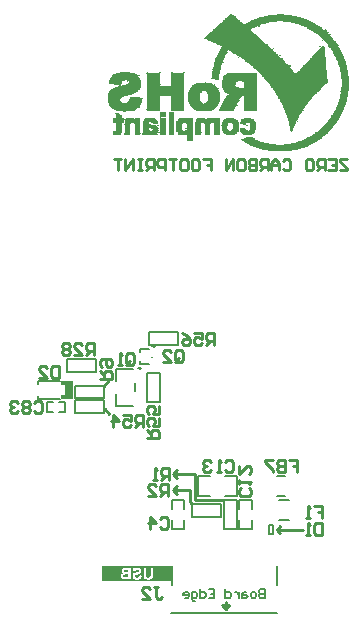
<source format=gbo>
G04*
G04 #@! TF.GenerationSoftware,Altium Limited,Altium Designer,22.1.2 (22)*
G04*
G04 Layer_Color=32896*
%FSLAX25Y25*%
%MOIN*%
G70*
G04*
G04 #@! TF.SameCoordinates,673B4CCC-D109-4FC9-AC55-69538E973762*
G04*
G04*
G04 #@! TF.FilePolarity,Positive*
G04*
G01*
G75*
%ADD10C,0.01000*%
%ADD11C,0.00500*%
%ADD15C,0.00800*%
%ADD294C,0.00100*%
%ADD295R,0.02700X0.03400*%
%ADD296R,0.04409X0.01600*%
G36*
X91500Y-198392D02*
X68100D01*
Y-193407D01*
X91500D01*
Y-198392D01*
D02*
G37*
%LPC*%
G36*
X79929Y-193911D02*
X79858D01*
X79812Y-193917D01*
X79747Y-193923D01*
X79677Y-193929D01*
X79601Y-193940D01*
X79519Y-193952D01*
X79344Y-193987D01*
X79162Y-194046D01*
X79075Y-194081D01*
X78993Y-194127D01*
X78911Y-194174D01*
X78841Y-194233D01*
X78835Y-194239D01*
X78823Y-194250D01*
X78806Y-194268D01*
X78782Y-194291D01*
X78753Y-194320D01*
X78724Y-194361D01*
X78689Y-194408D01*
X78653Y-194461D01*
X78618Y-194519D01*
X78589Y-194584D01*
X78525Y-194724D01*
X78501Y-194806D01*
X78478Y-194894D01*
X78460Y-194987D01*
X78455Y-195081D01*
X79233Y-195110D01*
Y-195104D01*
Y-195099D01*
X79244Y-195063D01*
X79256Y-195011D01*
X79279Y-194947D01*
X79309Y-194876D01*
X79344Y-194806D01*
X79391Y-194742D01*
X79449Y-194689D01*
X79455Y-194683D01*
X79478Y-194666D01*
X79513Y-194648D01*
X79566Y-194619D01*
X79636Y-194596D01*
X79718Y-194578D01*
X79818Y-194560D01*
X79935Y-194554D01*
X79987D01*
X80051Y-194560D01*
X80128Y-194572D01*
X80209Y-194590D01*
X80297Y-194613D01*
X80385Y-194648D01*
X80461Y-194695D01*
X80467Y-194701D01*
X80479Y-194712D01*
X80496Y-194730D01*
X80520Y-194759D01*
X80543Y-194794D01*
X80560Y-194835D01*
X80572Y-194882D01*
X80578Y-194935D01*
Y-194941D01*
Y-194958D01*
X80572Y-194982D01*
X80566Y-195017D01*
X80549Y-195052D01*
X80531Y-195093D01*
X80502Y-195128D01*
X80467Y-195169D01*
X80461Y-195175D01*
X80438Y-195192D01*
X80391Y-195216D01*
X80362Y-195227D01*
X80321Y-195245D01*
X80280Y-195268D01*
X80227Y-195286D01*
X80174Y-195309D01*
X80104Y-195327D01*
X80034Y-195350D01*
X79952Y-195373D01*
X79858Y-195403D01*
X79759Y-195426D01*
X79753D01*
X79736Y-195432D01*
X79706Y-195438D01*
X79665Y-195449D01*
X79619Y-195461D01*
X79566Y-195479D01*
X79443Y-195508D01*
X79303Y-195555D01*
X79168Y-195596D01*
X79034Y-195649D01*
X78975Y-195672D01*
X78922Y-195701D01*
X78917D01*
X78911Y-195707D01*
X78876Y-195724D01*
X78829Y-195760D01*
X78770Y-195800D01*
X78700Y-195859D01*
X78630Y-195923D01*
X78566Y-196005D01*
X78501Y-196093D01*
X78496Y-196105D01*
X78478Y-196134D01*
X78449Y-196193D01*
X78419Y-196263D01*
X78396Y-196351D01*
X78367Y-196456D01*
X78349Y-196573D01*
X78343Y-196701D01*
Y-193911D01*
D01*
D01*
Y-197889D01*
D01*
Y-196760D01*
X78355Y-196824D01*
X78367Y-196906D01*
X78390Y-197000D01*
X78419Y-197105D01*
X78466Y-197216D01*
X78531Y-197327D01*
Y-197333D01*
X78536Y-197339D01*
X78566Y-197374D01*
X78607Y-197427D01*
X78665Y-197485D01*
X78735Y-197555D01*
X78829Y-197626D01*
X78928Y-197696D01*
X79051Y-197754D01*
X79057D01*
X79069Y-197760D01*
X79086Y-197766D01*
X79110Y-197778D01*
X79145Y-197784D01*
X79180Y-197795D01*
X79227Y-197807D01*
X79279Y-197819D01*
X79402Y-197848D01*
X79543Y-197866D01*
X79700Y-197883D01*
X79882Y-197889D01*
X78343D01*
X81467D01*
D01*
X79952D01*
X80005Y-197883D01*
X80063Y-197877D01*
X80133Y-197871D01*
X80209Y-197860D01*
X80297Y-197848D01*
X80479Y-197807D01*
X80572Y-197778D01*
X80666Y-197749D01*
X80753Y-197708D01*
X80841Y-197667D01*
X80929Y-197614D01*
X81005Y-197555D01*
X81011Y-197550D01*
X81023Y-197538D01*
X81040Y-197520D01*
X81069Y-197491D01*
X81099Y-197456D01*
X81134Y-197415D01*
X81169Y-197362D01*
X81210Y-197310D01*
X81251Y-197240D01*
X81292Y-197169D01*
X81327Y-197088D01*
X81368Y-197000D01*
X81397Y-196906D01*
X81426Y-196801D01*
X81450Y-196690D01*
X81467Y-196573D01*
D01*
X80713Y-196497D01*
Y-196502D01*
X80707Y-196514D01*
Y-196532D01*
X80701Y-196561D01*
X80683Y-196625D01*
X80654Y-196713D01*
X80619Y-196801D01*
X80572Y-196895D01*
X80514Y-196982D01*
X80444Y-197058D01*
X80432Y-197064D01*
X80402Y-197088D01*
X80356Y-197111D01*
X80291Y-197146D01*
X80209Y-197175D01*
X80116Y-197204D01*
X80005Y-197228D01*
X79876Y-197234D01*
X79812D01*
X79747Y-197228D01*
X79665Y-197216D01*
X79572Y-197193D01*
X79478Y-197169D01*
X79391Y-197128D01*
X79314Y-197076D01*
X79309Y-197070D01*
X79285Y-197047D01*
X79256Y-197017D01*
X79215Y-196971D01*
X79180Y-196918D01*
X79151Y-196853D01*
X79127Y-196783D01*
X79121Y-196707D01*
Y-196701D01*
Y-196684D01*
X79127Y-196660D01*
X79133Y-196625D01*
X79157Y-196555D01*
X79174Y-196514D01*
X79203Y-196479D01*
X79209Y-196473D01*
X79221Y-196462D01*
X79238Y-196444D01*
X79268Y-196421D01*
X79309Y-196391D01*
X79355Y-196368D01*
X79414Y-196339D01*
X79484Y-196309D01*
X79490D01*
X79513Y-196298D01*
X79554Y-196286D01*
X79613Y-196269D01*
X79648Y-196257D01*
X79695Y-196245D01*
X79742Y-196233D01*
X79800Y-196216D01*
X79864Y-196198D01*
X79935Y-196181D01*
X80011Y-196163D01*
X80098Y-196140D01*
X80104D01*
X80128Y-196134D01*
X80157Y-196122D01*
X80198Y-196111D01*
X80251Y-196099D01*
X80309Y-196081D01*
X80438Y-196035D01*
X80584Y-195982D01*
X80730Y-195918D01*
X80859Y-195842D01*
X80917Y-195800D01*
X80970Y-195760D01*
X80976Y-195754D01*
X80988Y-195742D01*
X81005Y-195724D01*
X81023Y-195701D01*
X81052Y-195672D01*
X81081Y-195637D01*
X81110Y-195590D01*
X81146Y-195543D01*
X81210Y-195432D01*
X81268Y-195298D01*
X81286Y-195227D01*
X81303Y-195151D01*
X81315Y-195069D01*
X81321Y-194987D01*
Y-194982D01*
Y-194976D01*
Y-194958D01*
Y-194935D01*
X81309Y-194882D01*
X81298Y-194806D01*
X81280Y-194724D01*
X81251Y-194631D01*
X81210Y-194537D01*
X81157Y-194438D01*
Y-194432D01*
X81151Y-194426D01*
X81128Y-194397D01*
X81087Y-194350D01*
X81034Y-194291D01*
X80970Y-194227D01*
X80888Y-194163D01*
X80795Y-194098D01*
X80683Y-194046D01*
X80677D01*
X80672Y-194040D01*
X80648Y-194034D01*
X80625Y-194022D01*
X80596Y-194016D01*
X80560Y-194005D01*
X80473Y-193975D01*
X80362Y-193952D01*
X80233Y-193934D01*
X80087Y-193917D01*
X79929Y-193911D01*
D02*
G37*
G36*
X77682Y-193975D02*
X75992D01*
X75892Y-193981D01*
X75781Y-193987D01*
X75670Y-193993D01*
X75565Y-194005D01*
X75471Y-194016D01*
X75459D01*
X75430Y-194022D01*
X75389Y-194034D01*
X75336Y-194051D01*
X75272Y-194069D01*
X75202Y-194098D01*
X75138Y-194133D01*
X75067Y-194174D01*
X75062Y-194180D01*
X75038Y-194198D01*
X75003Y-194221D01*
X74962Y-194262D01*
X74921Y-194309D01*
X74868Y-194361D01*
X74822Y-194426D01*
X74775Y-194496D01*
X74769Y-194508D01*
X74757Y-194531D01*
X74734Y-194572D01*
X74711Y-194625D01*
X74693Y-194695D01*
X74670Y-194771D01*
X74658Y-194853D01*
X74652Y-194947D01*
Y-194958D01*
Y-194993D01*
X74658Y-195046D01*
X74670Y-195110D01*
X74687Y-195186D01*
X74716Y-195268D01*
X74751Y-195356D01*
X74798Y-195444D01*
X74804Y-195455D01*
X74827Y-195479D01*
X74857Y-195520D01*
X74904Y-195567D01*
X74962Y-195625D01*
X75026Y-195678D01*
X75108Y-195730D01*
X75196Y-195777D01*
X75190D01*
X75178Y-195783D01*
X75161Y-195789D01*
X75138Y-195795D01*
X75073Y-195824D01*
X74997Y-195859D01*
X74909Y-195906D01*
X74822Y-195964D01*
X74734Y-196040D01*
X74658Y-196128D01*
X74652Y-196140D01*
X74629Y-196169D01*
X74599Y-196222D01*
X74558Y-196292D01*
X74523Y-196380D01*
X74494Y-196473D01*
X74471Y-196584D01*
X74465Y-196707D01*
Y-193975D01*
D01*
D01*
Y-197819D01*
D01*
Y-196754D01*
X74471Y-196801D01*
X74482Y-196871D01*
X74494Y-196947D01*
X74517Y-197035D01*
X74547Y-197123D01*
X74588Y-197216D01*
X74594Y-197228D01*
X74611Y-197257D01*
X74640Y-197304D01*
X74675Y-197357D01*
X74722Y-197421D01*
X74781Y-197485D01*
X74845Y-197555D01*
X74921Y-197614D01*
X74933Y-197620D01*
X74956Y-197637D01*
X75003Y-197661D01*
X75067Y-197690D01*
X75143Y-197725D01*
X75231Y-197754D01*
X75331Y-197778D01*
X75442Y-197795D01*
X75465D01*
X75483Y-197801D01*
X75541D01*
X75582Y-197807D01*
X75687D01*
X75758Y-197813D01*
X75916D01*
X76015Y-197819D01*
X74465D01*
X77682D01*
Y-193975D01*
D02*
G37*
G36*
X85135D02*
X84357D01*
Y-196064D01*
Y-196070D01*
Y-196087D01*
Y-196111D01*
Y-196146D01*
Y-196181D01*
Y-196228D01*
X84351Y-196333D01*
Y-196438D01*
X84346Y-196544D01*
X84340Y-196637D01*
Y-196678D01*
X84334Y-196707D01*
Y-196719D01*
X84322Y-196748D01*
X84304Y-196789D01*
X84287Y-196842D01*
X84252Y-196906D01*
X84211Y-196971D01*
X84164Y-197029D01*
X84100Y-197088D01*
X84088Y-197093D01*
X84065Y-197111D01*
X84024Y-197134D01*
X83965Y-197158D01*
X83895Y-197181D01*
X83807Y-197204D01*
X83702Y-197222D01*
X83591Y-197228D01*
X83538D01*
X83480Y-197222D01*
X83404Y-197210D01*
X83328Y-197193D01*
X83246Y-197169D01*
X83170Y-197140D01*
X83099Y-197093D01*
X83094Y-197088D01*
X83070Y-197070D01*
X83041Y-197041D01*
X83012Y-197000D01*
X82977Y-196953D01*
X82941Y-196900D01*
X82912Y-196836D01*
X82895Y-196766D01*
Y-196754D01*
X82889Y-196725D01*
X82883Y-196678D01*
X82877Y-196608D01*
X82871Y-196520D01*
X82865Y-196403D01*
Y-196339D01*
X82860Y-196269D01*
Y-196193D01*
Y-196111D01*
Y-193975D01*
X82082D01*
Y-197889D01*
D01*
Y-196169D01*
X82087Y-196233D01*
Y-196304D01*
Y-196380D01*
X82099Y-196544D01*
X82111Y-196701D01*
X82117Y-196777D01*
X82122Y-196853D01*
X82134Y-196918D01*
X82146Y-196976D01*
Y-196982D01*
Y-196988D01*
X82158Y-197023D01*
X82175Y-197076D01*
X82199Y-197146D01*
X82234Y-197222D01*
X82269Y-197304D01*
X82321Y-197386D01*
X82380Y-197462D01*
X82386Y-197468D01*
X82409Y-197497D01*
X82450Y-197532D01*
X82497Y-197573D01*
X82567Y-197626D01*
X82643Y-197678D01*
X82731Y-197731D01*
X82830Y-197778D01*
X82836D01*
X82842Y-197784D01*
X82860Y-197790D01*
X82883Y-197795D01*
X82906Y-197801D01*
X82941Y-197813D01*
X83029Y-197830D01*
X83135Y-197854D01*
X83257Y-197871D01*
X83404Y-197883D01*
X83567Y-197889D01*
X82082D01*
X85135D01*
D01*
X83655D01*
X83702Y-197883D01*
X83755D01*
X83877Y-197871D01*
X84012Y-197860D01*
X84147Y-197836D01*
X84281Y-197807D01*
X84340Y-197790D01*
X84398Y-197766D01*
X84404D01*
X84410Y-197760D01*
X84445Y-197743D01*
X84498Y-197713D01*
X84562Y-197678D01*
X84632Y-197626D01*
X84708Y-197573D01*
X84778Y-197503D01*
X84849Y-197433D01*
X84854Y-197421D01*
X84872Y-197398D01*
X84901Y-197357D01*
X84936Y-197304D01*
X84971Y-197240D01*
X85006Y-197164D01*
X85042Y-197088D01*
X85065Y-197006D01*
Y-197000D01*
Y-196988D01*
X85071Y-196971D01*
X85077Y-196941D01*
X85083Y-196912D01*
X85088Y-196865D01*
X85094Y-196818D01*
X85100Y-196760D01*
X85106Y-196696D01*
X85112Y-196625D01*
X85118Y-196544D01*
X85123Y-196456D01*
X85129Y-196362D01*
Y-196257D01*
X85135Y-196146D01*
Y-193975D01*
D02*
G37*
%LPD*%
G36*
X76904Y-195502D02*
X76161D01*
X76062Y-195496D01*
X75892D01*
X75857Y-195491D01*
X75822D01*
X75799Y-195485D01*
X75763Y-195479D01*
X75723Y-195467D01*
X75670Y-195449D01*
X75617Y-195426D01*
X75570Y-195391D01*
X75524Y-195356D01*
X75518Y-195350D01*
X75506Y-195333D01*
X75489Y-195309D01*
X75465Y-195274D01*
X75442Y-195227D01*
X75424Y-195180D01*
X75412Y-195116D01*
X75407Y-195052D01*
Y-195046D01*
Y-195022D01*
X75412Y-194987D01*
X75418Y-194952D01*
X75430Y-194905D01*
X75448Y-194859D01*
X75471Y-194812D01*
X75506Y-194765D01*
X75512Y-194759D01*
X75524Y-194748D01*
X75547Y-194730D01*
X75582Y-194707D01*
X75623Y-194683D01*
X75670Y-194660D01*
X75728Y-194642D01*
X75799Y-194631D01*
X75804D01*
X75828Y-194625D01*
X75892D01*
X75927Y-194619D01*
X76068D01*
X76126Y-194613D01*
X76904D01*
Y-195502D01*
D02*
G37*
G36*
Y-197169D02*
X76050D01*
X75968Y-197164D01*
X75875D01*
X75787Y-197158D01*
X75711Y-197152D01*
X75682D01*
X75658Y-197146D01*
X75652D01*
X75629Y-197140D01*
X75600Y-197128D01*
X75559Y-197117D01*
X75518Y-197093D01*
X75465Y-197070D01*
X75418Y-197035D01*
X75377Y-196994D01*
X75372Y-196988D01*
X75360Y-196971D01*
X75342Y-196941D01*
X75319Y-196906D01*
X75301Y-196859D01*
X75284Y-196801D01*
X75272Y-196737D01*
X75266Y-196666D01*
Y-196660D01*
Y-196637D01*
X75272Y-196608D01*
X75278Y-196567D01*
X75290Y-196520D01*
X75301Y-196473D01*
X75325Y-196421D01*
X75354Y-196374D01*
X75360Y-196368D01*
X75372Y-196356D01*
X75389Y-196333D01*
X75412Y-196304D01*
X75448Y-196274D01*
X75489Y-196245D01*
X75535Y-196222D01*
X75594Y-196198D01*
X75600D01*
X75629Y-196187D01*
X75670Y-196181D01*
X75705Y-196175D01*
X75740Y-196169D01*
X75781Y-196163D01*
X75834Y-196157D01*
X75886Y-196151D01*
X75951D01*
X76021Y-196146D01*
X76103Y-196140D01*
X76904D01*
Y-197169D01*
D02*
G37*
D10*
X68668Y-133184D02*
X70242Y-131610D01*
X97428Y-171898D02*
X98210Y-172680D01*
X69041Y-141018D02*
X70615Y-142592D01*
X97428Y-171898D02*
Y-167905D01*
X91803D02*
X93086Y-169205D01*
X91803Y-167905D02*
X93086Y-166604D01*
X91803Y-167905D02*
X97428D01*
X126336Y-181205D02*
X127620Y-182505D01*
X126336Y-181205D02*
X127620Y-179904D01*
X126336Y-181205D02*
X135228D01*
X99028Y-171498D02*
X108428D01*
X99028Y-162805D02*
X99028Y-171498D01*
X91836Y-162805D02*
X99028D01*
X91836D02*
X93120Y-161504D01*
X91836Y-162805D02*
X93120Y-164105D01*
X109348Y-205392D02*
X109348Y-206392D01*
X108148Y-206392D02*
X109348Y-207592D01*
X110548Y-206392D01*
X108148Y-206392D02*
X110548Y-206392D01*
X149940Y-57706D02*
X147408D01*
Y-58339D01*
X149940Y-60871D01*
Y-61505D01*
X147408D01*
X143609Y-57706D02*
X146142D01*
Y-61505D01*
X143609D01*
X146142Y-59605D02*
X144875D01*
X142343Y-61505D02*
Y-57706D01*
X140444D01*
X139810Y-58339D01*
Y-59605D01*
X140444Y-60238D01*
X142343D01*
X141077D02*
X139810Y-61505D01*
X136645Y-57706D02*
X137911D01*
X138544Y-58339D01*
Y-60871D01*
X137911Y-61505D01*
X136645D01*
X136012Y-60871D01*
Y-58339D01*
X136645Y-57706D01*
X128414Y-58339D02*
X129047Y-57706D01*
X130314D01*
X130947Y-58339D01*
Y-60871D01*
X130314Y-61505D01*
X129047D01*
X128414Y-60871D01*
X127148Y-61505D02*
Y-58972D01*
X125882Y-57706D01*
X124615Y-58972D01*
Y-61505D01*
Y-59605D01*
X127148D01*
X123349Y-61505D02*
Y-57706D01*
X121450D01*
X120817Y-58339D01*
Y-59605D01*
X121450Y-60238D01*
X123349D01*
X122083D02*
X120817Y-61505D01*
X119550Y-57706D02*
Y-61505D01*
X117651D01*
X117018Y-60871D01*
Y-60238D01*
X117651Y-59605D01*
X119550D01*
X117651D01*
X117018Y-58972D01*
Y-58339D01*
X117651Y-57706D01*
X119550D01*
X113852D02*
X115118D01*
X115752Y-58339D01*
Y-60871D01*
X115118Y-61505D01*
X113852D01*
X113219Y-60871D01*
Y-58339D01*
X113852Y-57706D01*
X111953Y-61505D02*
Y-57706D01*
X109420Y-61505D01*
Y-57706D01*
X101823D02*
X104355D01*
Y-59605D01*
X103089D01*
X104355D01*
Y-61505D01*
X98657Y-57706D02*
X99923D01*
X100556Y-58339D01*
Y-60871D01*
X99923Y-61505D01*
X98657D01*
X98024Y-60871D01*
Y-58339D01*
X98657Y-57706D01*
X94858D02*
X96125D01*
X96758Y-58339D01*
Y-60871D01*
X96125Y-61505D01*
X94858D01*
X94225Y-60871D01*
Y-58339D01*
X94858Y-57706D01*
X92959D02*
X90426D01*
X91693D01*
Y-61505D01*
X89160D02*
Y-57706D01*
X87261D01*
X86628Y-58339D01*
Y-59605D01*
X87261Y-60238D01*
X89160D01*
X85361Y-61505D02*
Y-57706D01*
X83462D01*
X82829Y-58339D01*
Y-59605D01*
X83462Y-60238D01*
X85361D01*
X84095D02*
X82829Y-61505D01*
X81563Y-57706D02*
X80296D01*
X80929D01*
Y-61505D01*
X81563D01*
X80296D01*
X78397D02*
Y-57706D01*
X75864Y-61505D01*
Y-57706D01*
X74598D02*
X72066D01*
X73332D01*
Y-61505D01*
X138934Y-173201D02*
X141600D01*
Y-175200D01*
X140267D01*
X141600D01*
Y-177199D01*
X137601D02*
X136268D01*
X136935D01*
Y-173201D01*
X137601Y-173867D01*
X65405Y-123149D02*
Y-119150D01*
X63405D01*
X62739Y-119817D01*
Y-121150D01*
X63405Y-121816D01*
X65405D01*
X64072D02*
X62739Y-123149D01*
X58740D02*
X61406D01*
X58740Y-120483D01*
Y-119817D01*
X59407Y-119150D01*
X60740D01*
X61406Y-119817D01*
X57407D02*
X56741Y-119150D01*
X55408D01*
X54742Y-119817D01*
Y-120483D01*
X55408Y-121150D01*
X54742Y-121816D01*
Y-122483D01*
X55408Y-123149D01*
X56741D01*
X57407Y-122483D01*
Y-121816D01*
X56741Y-121150D01*
X57407Y-120483D01*
Y-119817D01*
X56741Y-121150D02*
X55408D01*
X109033Y-158567D02*
X109699Y-157901D01*
X111032D01*
X111698Y-158567D01*
Y-161233D01*
X111032Y-161899D01*
X109699D01*
X109033Y-161233D01*
X107700Y-161899D02*
X106367D01*
X107033D01*
Y-157901D01*
X107700Y-158567D01*
X104367D02*
X103701Y-157901D01*
X102368D01*
X101702Y-158567D01*
Y-159233D01*
X102368Y-159900D01*
X103034D01*
X102368D01*
X101702Y-160566D01*
Y-161233D01*
X102368Y-161899D01*
X103701D01*
X104367Y-161233D01*
X117261Y-167465D02*
X117927Y-168131D01*
Y-169464D01*
X117261Y-170131D01*
X114595D01*
X113928Y-169464D01*
Y-168131D01*
X114595Y-167465D01*
X113928Y-166132D02*
Y-164799D01*
Y-165465D01*
X117927D01*
X117261Y-166132D01*
X113928Y-160134D02*
Y-162800D01*
X116594Y-160134D01*
X117261D01*
X117927Y-160800D01*
Y-162133D01*
X117261Y-162800D01*
X105403Y-119659D02*
Y-115660D01*
X103404D01*
X102737Y-116326D01*
Y-117659D01*
X103404Y-118326D01*
X105403D01*
X104070D02*
X102737Y-119659D01*
X98738Y-115660D02*
X101404D01*
Y-117659D01*
X100071Y-116993D01*
X99405D01*
X98738Y-117659D01*
Y-118992D01*
X99405Y-119659D01*
X100738D01*
X101404Y-118992D01*
X94740Y-115660D02*
X96073Y-116326D01*
X97406Y-117659D01*
Y-118992D01*
X96739Y-119659D01*
X95406D01*
X94740Y-118992D01*
Y-118326D01*
X95406Y-117659D01*
X97406D01*
X90260Y-170026D02*
Y-166028D01*
X88261D01*
X87594Y-166694D01*
Y-168027D01*
X88261Y-168693D01*
X90260D01*
X88927D02*
X87594Y-170026D01*
X83596D02*
X86261D01*
X83596Y-167360D01*
Y-166694D01*
X84262Y-166028D01*
X85595D01*
X86261Y-166694D01*
X45493Y-139040D02*
X46160Y-138373D01*
X47493D01*
X48159Y-139040D01*
Y-141706D01*
X47493Y-142372D01*
X46160D01*
X45493Y-141706D01*
X44160Y-139040D02*
X43494Y-138373D01*
X42161D01*
X41494Y-139040D01*
Y-139706D01*
X42161Y-140373D01*
X41494Y-141039D01*
Y-141706D01*
X42161Y-142372D01*
X43494D01*
X44160Y-141706D01*
Y-141039D01*
X43494Y-140373D01*
X44160Y-139706D01*
Y-139040D01*
X43494Y-140373D02*
X42161D01*
X40161Y-139040D02*
X39495Y-138373D01*
X38162D01*
X37496Y-139040D01*
Y-139706D01*
X38162Y-140373D01*
X38829D01*
X38162D01*
X37496Y-141039D01*
Y-141706D01*
X38162Y-142372D01*
X39495D01*
X40161Y-141706D01*
X90494Y-164731D02*
Y-160733D01*
X88494D01*
X87828Y-161399D01*
Y-162732D01*
X88494Y-163399D01*
X90494D01*
X89161D02*
X87828Y-164731D01*
X86495D02*
X85162D01*
X85829D01*
Y-160733D01*
X86495Y-161399D01*
X92366Y-124767D02*
Y-122101D01*
X93033Y-121434D01*
X94366D01*
X95032Y-122101D01*
Y-124767D01*
X94366Y-125433D01*
X93033D01*
X93699Y-124100D02*
X92366Y-125433D01*
X93033D02*
X92366Y-124767D01*
X88368Y-125433D02*
X91034D01*
X88368Y-122767D01*
Y-122101D01*
X89034Y-121434D01*
X90367D01*
X91034Y-122101D01*
X141494Y-179005D02*
Y-183004D01*
X139494D01*
X138828Y-182338D01*
Y-179672D01*
X139494Y-179005D01*
X141494D01*
X137495Y-183004D02*
X136162D01*
X136828D01*
Y-179005D01*
X137495Y-179672D01*
X67424Y-130979D02*
X71422D01*
Y-128979D01*
X70756Y-128313D01*
X69423D01*
X68757Y-128979D01*
Y-130979D01*
Y-129646D02*
X67424Y-128313D01*
X68090Y-126980D02*
X67424Y-126314D01*
Y-124981D01*
X68090Y-124314D01*
X70756D01*
X71422Y-124981D01*
Y-126314D01*
X70756Y-126980D01*
X70090D01*
X69423Y-126314D01*
Y-124314D01*
X76120Y-125737D02*
Y-123071D01*
X76787Y-122405D01*
X78120D01*
X78786Y-123071D01*
Y-125737D01*
X78120Y-126403D01*
X76787D01*
X77453Y-125071D02*
X76120Y-126403D01*
X76787D02*
X76120Y-125737D01*
X74787Y-126403D02*
X73454D01*
X74121D01*
Y-122405D01*
X74787Y-123071D01*
X83315Y-150689D02*
X87314D01*
Y-148690D01*
X86647Y-148023D01*
X85315D01*
X84648Y-148690D01*
Y-150689D01*
Y-149356D02*
X83315Y-148023D01*
X87314Y-144025D02*
Y-146690D01*
X85315D01*
X85981Y-145358D01*
Y-144691D01*
X85315Y-144025D01*
X83982D01*
X83315Y-144691D01*
Y-146024D01*
X83982Y-146690D01*
X87314Y-140026D02*
Y-142692D01*
X85315D01*
X85981Y-141359D01*
Y-140692D01*
X85315Y-140026D01*
X83982D01*
X83315Y-140692D01*
Y-142025D01*
X83982Y-142692D01*
X81660Y-147104D02*
Y-143105D01*
X79660D01*
X78994Y-143772D01*
Y-145105D01*
X79660Y-145771D01*
X81660D01*
X80326D02*
X78994Y-147104D01*
X74995Y-143105D02*
X77661D01*
Y-145105D01*
X76328Y-144438D01*
X75661D01*
X74995Y-145105D01*
Y-146438D01*
X75661Y-147104D01*
X76994D01*
X77661Y-146438D01*
X71663Y-147104D02*
Y-143105D01*
X73662Y-145105D01*
X70996D01*
X85566Y-200501D02*
X86899D01*
X86233D01*
Y-203833D01*
X86899Y-204499D01*
X87566D01*
X88232Y-203833D01*
X81568Y-204499D02*
X84233D01*
X81568Y-201834D01*
Y-201167D01*
X82234Y-200501D01*
X83567D01*
X84233Y-201167D01*
X130494Y-157901D02*
X133159D01*
Y-159900D01*
X131826D01*
X133159D01*
Y-161899D01*
X129161Y-157901D02*
Y-161899D01*
X127161D01*
X126495Y-161233D01*
Y-160566D01*
X127161Y-159900D01*
X129161D01*
X127161D01*
X126495Y-159233D01*
Y-158567D01*
X127161Y-157901D01*
X129161D01*
X125162D02*
X122496D01*
Y-158567D01*
X125162Y-161233D01*
Y-161899D01*
X53894Y-126645D02*
Y-130643D01*
X51894D01*
X51228Y-129977D01*
Y-127311D01*
X51894Y-126645D01*
X53894D01*
X47229Y-130643D02*
X49895D01*
X47229Y-127978D01*
Y-127311D01*
X47896Y-126645D01*
X49229D01*
X49895Y-127311D01*
X87594Y-177772D02*
X88261Y-177105D01*
X89594D01*
X90260Y-177772D01*
Y-180438D01*
X89594Y-181104D01*
X88261D01*
X87594Y-180438D01*
X84262Y-181104D02*
Y-177105D01*
X86261Y-179105D01*
X83596D01*
D11*
X83900Y-119600D02*
X93500D01*
Y-115400D01*
X83900Y-119600D02*
Y-115400D01*
X93500D01*
X113100Y-170000D02*
Y-163200D01*
X109100Y-170000D02*
X113100D01*
X109100Y-163200D02*
X113100D01*
X100300Y-170000D02*
Y-163200D01*
Y-170000D02*
X104300D01*
X100300Y-163200D02*
X104300D01*
X56407Y-124404D02*
X66007D01*
X56407Y-128604D02*
Y-124404D01*
X66007Y-128604D02*
Y-124404D01*
X56407Y-128604D02*
X66007D01*
X113128Y-180932D02*
X113128Y-171332D01*
X108928Y-171332D02*
X113128Y-171332D01*
X108928Y-180932D02*
X113128Y-180932D01*
X108928Y-180932D02*
X108928Y-171332D01*
X113828Y-171232D02*
X118028Y-171232D01*
X118028Y-174332D01*
X113828Y-171232D02*
X113828Y-174332D01*
Y-181032D02*
X118028Y-181032D01*
X118028Y-177932D02*
X118028Y-181032D01*
X113828Y-177932D02*
X113828Y-181032D01*
X127228Y-171505D02*
X130428D01*
X127228Y-177905D02*
X130428D01*
X126489Y-169948D02*
X129166Y-169948D01*
X126489Y-163261D02*
X129166Y-163261D01*
X125266Y-182537D02*
Y-179537D01*
X123666D02*
X125266D01*
X123666Y-182537D02*
X125266D01*
X123666D02*
Y-179537D01*
X91328Y-177932D02*
X91328Y-181032D01*
X95528Y-177932D02*
X95528Y-181032D01*
X91328Y-181032D02*
X95528Y-181032D01*
X91328Y-171232D02*
X91328Y-174332D01*
X95528Y-171232D02*
X95528Y-174332D01*
X91328Y-171232D02*
X95528Y-171232D01*
X80828Y-122124D02*
Y-121124D01*
X83928D01*
X80828Y-122124D02*
Y-121124D01*
X83928D01*
X80828Y-126123D02*
Y-125124D01*
Y-126123D02*
X83928D01*
X84928Y-123723D02*
Y-123523D01*
X85428Y-120423D02*
X85928Y-119923D01*
X84928D02*
X85428Y-120423D01*
X84928Y-119923D02*
X85928D01*
X72921Y-139904D02*
X78421D01*
X72921D02*
Y-136004D01*
X80721Y-127704D02*
X81221Y-127204D01*
X80221D02*
X80721Y-127704D01*
X80221Y-127204D02*
X81221D01*
X79220Y-135104D02*
Y-132504D01*
X72921Y-127704D02*
X78421D01*
X72921Y-131604D02*
Y-127704D01*
X83280Y-138611D02*
Y-129011D01*
Y-138611D02*
X87480D01*
X83280Y-129011D02*
X87480D01*
Y-138611D02*
Y-129011D01*
X59068Y-133184D02*
X68668D01*
X59068Y-137384D02*
Y-133184D01*
X68668Y-137384D02*
Y-133184D01*
X59068Y-137384D02*
X68668D01*
X46728Y-137544D02*
X54219D01*
X46728D02*
Y-136744D01*
Y-131744D02*
X54219D01*
X46728Y-132544D02*
Y-131744D01*
X59068Y-142358D02*
X68668D01*
Y-138158D01*
X59068Y-142358D02*
Y-138158D01*
X68668D01*
X53980Y-138658D02*
X55980D01*
X53980Y-141858D02*
X55980D01*
Y-138658D01*
X49780D02*
X51780D01*
X49780Y-141858D02*
X51780D01*
X49780D02*
Y-138658D01*
X98210Y-172680D02*
X107810Y-172680D01*
X98210Y-176880D02*
X98210Y-172680D01*
X107810Y-176880D02*
X107810Y-172680D01*
X98210Y-176880D02*
X107810Y-176880D01*
X91151Y-209094D02*
X126548Y-209094D01*
X126348Y-199692D02*
X126348Y-193292D01*
X91351Y-193292D02*
X91351Y-199692D01*
D15*
X122348Y-201160D02*
Y-203959D01*
X120949D01*
X120482Y-203492D01*
Y-203026D01*
X120949Y-202559D01*
X122348D01*
X120949D01*
X120482Y-202093D01*
Y-201626D01*
X120949Y-201160D01*
X122348D01*
X119083Y-203959D02*
X118150D01*
X117683Y-203492D01*
Y-202559D01*
X118150Y-202093D01*
X119083D01*
X119549Y-202559D01*
Y-203492D01*
X119083Y-203959D01*
X116284Y-202093D02*
X115351D01*
X114884Y-202559D01*
Y-203959D01*
X116284D01*
X116750Y-203492D01*
X116284Y-203026D01*
X114884D01*
X113951Y-202093D02*
Y-203959D01*
Y-203026D01*
X113485Y-202559D01*
X113018Y-202093D01*
X112551D01*
X109286Y-201160D02*
Y-203959D01*
X110685D01*
X111152Y-203492D01*
Y-202559D01*
X110685Y-202093D01*
X109286D01*
X103688Y-201160D02*
X105554D01*
Y-203959D01*
X103688D01*
X105554Y-202559D02*
X104621D01*
X100889Y-201160D02*
Y-203959D01*
X102288D01*
X102755Y-203492D01*
Y-202559D01*
X102288Y-202093D01*
X100889D01*
X99023Y-204892D02*
X98556D01*
X98089Y-204426D01*
Y-202093D01*
X99489D01*
X99956Y-202559D01*
Y-203492D01*
X99489Y-203959D01*
X98089D01*
X95757D02*
X96690D01*
X97157Y-203492D01*
Y-202559D01*
X96690Y-202093D01*
X95757D01*
X95290Y-202559D01*
Y-203026D01*
X97157D01*
D294*
X121440Y-29605D02*
X132340D01*
X124640Y-54805D02*
X129840D01*
X124040Y-54705D02*
X130540D01*
X123440Y-54605D02*
X131140D01*
X122840Y-54505D02*
X131740D01*
X122340Y-54405D02*
X132340D01*
X121840Y-54305D02*
X132740D01*
X121440Y-54205D02*
X133140D01*
X121140Y-54105D02*
X133440D01*
X133640D02*
X133740D01*
X120740Y-54005D02*
X133840D01*
X120440Y-53905D02*
X134140D01*
X120140Y-53805D02*
X134440D01*
X119840Y-53705D02*
X134740D01*
X119440Y-53605D02*
X135040D01*
X135240D02*
X135340D01*
X119240Y-53505D02*
X135340D01*
X118940Y-53405D02*
X135540D01*
X118740Y-53305D02*
X135840D01*
X136240D02*
X136340D01*
X118540Y-53205D02*
X136140D01*
X118240Y-53105D02*
X136340D01*
X117940Y-53005D02*
X136540D01*
X136740D02*
X136840D01*
X117640Y-52905D02*
X117740D01*
X117840D02*
X136740D01*
X117640Y-52805D02*
X125740D01*
X128940D02*
X137040D01*
X117340Y-52705D02*
X124740D01*
X129740D02*
X137240D01*
X117240Y-52605D02*
X124040D01*
X130540D02*
X137440D01*
X117040Y-52505D02*
X123540D01*
X131040D02*
X137640D01*
X137840D02*
X137940D01*
X116740Y-52405D02*
X122840D01*
X131540D02*
X137840D01*
X116640Y-52305D02*
X122440D01*
X132140D02*
X138040D01*
X138140D02*
X138240D01*
X116440Y-52205D02*
X122040D01*
X122340D02*
X122440D01*
X132440D02*
X138140D01*
X116240Y-52105D02*
X121740D01*
X132840D02*
X138340D01*
X116140Y-52005D02*
X121340D01*
X133240D02*
X138540D01*
X115840Y-51905D02*
X120940D01*
X133540D02*
X138740D01*
X115740Y-51805D02*
X120640D01*
X133340D02*
X133440D01*
X133840D02*
X138940D01*
X115640Y-51705D02*
X120540D01*
X134140D02*
X139040D01*
X115440Y-51605D02*
X120040D01*
X120340D02*
X120440D01*
X134440D02*
X139440D01*
X115240Y-51505D02*
X119840D01*
X134740D02*
X139440D01*
X96440Y-51405D02*
X96540D01*
X97840D02*
X97940D01*
X115140D02*
X119640D01*
X134940D02*
X139540D01*
X96540Y-51305D02*
X98040D01*
X114940D02*
X119340D01*
X119740D02*
X119840D01*
X135040D02*
X135140D01*
X135240D02*
X139740D01*
X96540Y-51205D02*
X98040D01*
X114740D02*
X119140D01*
X119240D02*
X119340D01*
X119640D02*
X119740D01*
X135440D02*
X139840D01*
X96540Y-51105D02*
X98040D01*
X114640D02*
X118840D01*
X135440D02*
X135540D01*
X135640D02*
X140040D01*
X96540Y-51005D02*
X98040D01*
X114840D02*
X118740D01*
X135940D02*
X140140D01*
X96540Y-50905D02*
X98040D01*
X115140D02*
X118540D01*
X136140D02*
X140340D01*
X96540Y-50805D02*
X98040D01*
X115440D02*
X118240D01*
X118540D02*
X118740D01*
X136340D02*
X140440D01*
X140940D02*
X141040D01*
X96540Y-50705D02*
X98040D01*
X115340D02*
X115440D01*
X115840D02*
X118140D01*
X118340D02*
X118440D01*
X136040D02*
X136240D01*
X136540D02*
X140640D01*
X96540Y-50605D02*
X98040D01*
X116140D02*
X117840D01*
X136740D02*
X140740D01*
X96540Y-50505D02*
X98040D01*
X116140D02*
X116340D01*
X116440D02*
X117640D01*
X117740D02*
X117840D01*
X117940D02*
X118040D01*
X136540D02*
X136640D01*
X136840D02*
X140840D01*
X96540Y-50405D02*
X98040D01*
X116840D02*
X117540D01*
X137140D02*
X141040D01*
X96540Y-50305D02*
X98040D01*
X117040D02*
X117340D01*
X137340D02*
X141140D01*
X96540Y-50205D02*
X98040D01*
X137440D02*
X141240D01*
X96540Y-50105D02*
X98040D01*
X137440D02*
X137540D01*
X137640D02*
X141440D01*
X96540Y-50005D02*
X98040D01*
X137840D02*
X141540D01*
X96540Y-49905D02*
X98040D01*
X137540D02*
X137640D01*
X138040D02*
X141640D01*
X96540Y-49805D02*
X98040D01*
X138140D02*
X141740D01*
X96540Y-49705D02*
X98040D01*
X138040D02*
X138140D01*
X138240D02*
X141940D01*
X96540Y-49605D02*
X98040D01*
X138140D02*
X138240D01*
X138440D02*
X142040D01*
X72440Y-49505D02*
X73440D01*
X84340D02*
X85240D01*
X94640D02*
X95540D01*
X96540D02*
X98040D01*
X110140D02*
X111240D01*
X116040D02*
X117140D01*
X138340D02*
X138440D01*
X138640D02*
X142240D01*
X71840Y-49405D02*
X71940D01*
X72040D02*
X73640D01*
X75740D02*
X77240D01*
X79140D02*
X80540D01*
X81540D02*
X83040D01*
X84040D02*
X85640D01*
X87540D02*
X89040D01*
X90340D02*
X91840D01*
X94240D02*
X95840D01*
X95940D02*
X96040D01*
X96540D02*
X98040D01*
X99340D02*
X100740D01*
X102440D02*
X103940D01*
X105640D02*
X107040D01*
X109840D02*
X111640D01*
X115540D02*
X117540D01*
X138840D02*
X142240D01*
X142340D02*
X142440D01*
X71740Y-49305D02*
X73840D01*
X75640D02*
X77240D01*
X79040D02*
X80640D01*
X81440D02*
X83140D01*
X83240D02*
X83340D01*
X83740D02*
X85840D01*
X87440D02*
X89040D01*
X90340D02*
X91840D01*
X94140D02*
X96040D01*
X96440D02*
X98040D01*
X99240D02*
X100940D01*
X102440D02*
X103940D01*
X105540D02*
X107140D01*
X109540D02*
X112040D01*
X115340D02*
X117740D01*
X138940D02*
X142340D01*
X71740Y-49205D02*
X74040D01*
X75740D02*
X77240D01*
X79140D02*
X80640D01*
X81640D02*
X83140D01*
X83540D02*
X86040D01*
X86240D02*
X86340D01*
X87540D02*
X89040D01*
X90340D02*
X91840D01*
X93540D02*
X93640D01*
X93740D02*
X96140D01*
X96540D02*
X98040D01*
X99240D02*
X100840D01*
X102440D02*
X103940D01*
X105640D02*
X107140D01*
X109340D02*
X112240D01*
X115040D02*
X117940D01*
X139140D02*
X142540D01*
X71840Y-49105D02*
X74040D01*
X75640D02*
X77240D01*
X79140D02*
X80740D01*
X81440D02*
X81540D01*
X81640D02*
X83140D01*
X83440D02*
X86140D01*
X87540D02*
X89040D01*
X90340D02*
X91840D01*
X93840D02*
X96340D01*
X96440D02*
X98040D01*
X99240D02*
X100840D01*
X102340D02*
X103940D01*
X105640D02*
X107140D01*
X109240D02*
X112340D01*
X114840D02*
X118140D01*
X139040D02*
X139140D01*
X139240D02*
X142640D01*
X71840Y-49005D02*
X74140D01*
X75640D02*
X77240D01*
X79140D02*
X80640D01*
X81640D02*
X83240D01*
X83340D02*
X86240D01*
X87540D02*
X89040D01*
X90340D02*
X91840D01*
X93540D02*
X96440D01*
X96540D02*
X98040D01*
X99240D02*
X100840D01*
X102440D02*
X103940D01*
X105640D02*
X107240D01*
X109040D02*
X112540D01*
X114840D02*
X118240D01*
X139340D02*
X142740D01*
X142940D02*
X143040D01*
X71840Y-48905D02*
X74240D01*
X75640D02*
X77240D01*
X79140D02*
X80640D01*
X81740D02*
X86240D01*
X87540D02*
X89040D01*
X90340D02*
X91840D01*
X93640D02*
X98040D01*
X99240D02*
X100840D01*
X102440D02*
X103940D01*
X105640D02*
X107140D01*
X108840D02*
X112740D01*
X112840D02*
X112940D01*
X114740D02*
X118340D01*
X139540D02*
X142840D01*
X71840Y-48805D02*
X74240D01*
X75740D02*
X77240D01*
X79140D02*
X80640D01*
X81740D02*
X86440D01*
X86940D02*
X87040D01*
X87540D02*
X89040D01*
X90340D02*
X91840D01*
X93440D02*
X98040D01*
X99240D02*
X100840D01*
X102440D02*
X103940D01*
X105640D02*
X107140D01*
X108540D02*
X108640D01*
X108740D02*
X112740D01*
X114640D02*
X118440D01*
X139240D02*
X139340D01*
X139640D02*
X142940D01*
X143040D02*
X143140D01*
X71840Y-48705D02*
X74240D01*
X75740D02*
X77240D01*
X79140D02*
X80640D01*
X81740D02*
X86440D01*
X87540D02*
X89040D01*
X90340D02*
X91840D01*
X93340D02*
X98040D01*
X99240D02*
X100840D01*
X100940D02*
X101040D01*
X102440D02*
X103940D01*
X105640D02*
X107140D01*
X108740D02*
X112840D01*
X114540D02*
X118540D01*
X139740D02*
X143040D01*
X71840Y-48605D02*
X74340D01*
X75740D02*
X77240D01*
X79140D02*
X80640D01*
X81740D02*
X86540D01*
X87540D02*
X89040D01*
X90340D02*
X91840D01*
X93340D02*
X98040D01*
X99240D02*
X100840D01*
X102440D02*
X103940D01*
X105640D02*
X107140D01*
X108640D02*
X112940D01*
X114440D02*
X118740D01*
X139740D02*
X139840D01*
X139940D02*
X143140D01*
X71840Y-48505D02*
X74340D01*
X75740D02*
X77240D01*
X79140D02*
X80640D01*
X81840D02*
X86540D01*
X87540D02*
X89040D01*
X90340D02*
X91840D01*
X93040D02*
X93140D01*
X93240D02*
X98040D01*
X99240D02*
X100840D01*
X102440D02*
X103940D01*
X105640D02*
X107140D01*
X108540D02*
X113040D01*
X113240D02*
X113340D01*
X114240D02*
X114340D01*
X114440D02*
X118740D01*
X131040D02*
X131140D01*
X140040D02*
X143240D01*
X143540D02*
X143640D01*
X71840Y-48405D02*
X74340D01*
X75740D02*
X77240D01*
X79140D02*
X80640D01*
X81840D02*
X84140D01*
X84540D02*
X86540D01*
X87540D02*
X89040D01*
X90340D02*
X91840D01*
X93240D02*
X98040D01*
X99240D02*
X100840D01*
X102440D02*
X103940D01*
X105640D02*
X107140D01*
X108440D02*
X113140D01*
X114340D02*
X118740D01*
X131040D02*
X131240D01*
X140140D02*
X143340D01*
X71840Y-48305D02*
X74340D01*
X75740D02*
X77240D01*
X79140D02*
X80640D01*
X81840D02*
X83940D01*
X84540D02*
X84640D01*
X84740D02*
X86540D01*
X87540D02*
X89040D01*
X90340D02*
X91840D01*
X92940D02*
X93040D01*
X93140D02*
X98040D01*
X99240D02*
X100840D01*
X102440D02*
X103940D01*
X105640D02*
X107140D01*
X108440D02*
X113140D01*
X114240D02*
X118840D01*
X131040D02*
X131240D01*
X140140D02*
X140240D01*
X140340D02*
X143440D01*
X71840Y-48205D02*
X72240D01*
X72640D02*
X74340D01*
X75740D02*
X77240D01*
X79140D02*
X80640D01*
X81840D02*
X83740D01*
X83940D02*
X84040D01*
X84840D02*
X86540D01*
X87540D02*
X89040D01*
X90340D02*
X91840D01*
X93140D02*
X95040D01*
X95840D02*
X98040D01*
X99240D02*
X100840D01*
X102440D02*
X103940D01*
X105640D02*
X107140D01*
X108340D02*
X110340D01*
X110940D02*
X111040D01*
X111140D02*
X113240D01*
X114240D02*
X116140D01*
X116840D02*
X118840D01*
X131040D02*
X131240D01*
X140440D02*
X143540D01*
X72740Y-48105D02*
X74340D01*
X75740D02*
X77240D01*
X79140D02*
X80640D01*
X81840D02*
X83640D01*
X84940D02*
X86540D01*
X87540D02*
X89040D01*
X90340D02*
X91840D01*
X93040D02*
X94840D01*
X96040D02*
X98040D01*
X99240D02*
X100840D01*
X102440D02*
X103940D01*
X105640D02*
X107140D01*
X108340D02*
X110240D01*
X111240D02*
X113240D01*
X114240D02*
X115940D01*
X116240D02*
X116340D01*
X117040D02*
X118840D01*
X131040D02*
X131340D01*
X140540D02*
X143640D01*
X72840Y-48005D02*
X74340D01*
X75740D02*
X77240D01*
X79140D02*
X80640D01*
X81840D02*
X83540D01*
X83740D02*
X83840D01*
X84940D02*
X86740D01*
X87540D02*
X89040D01*
X90340D02*
X91840D01*
X93040D02*
X94740D01*
X95940D02*
X96040D01*
X96140D02*
X98040D01*
X99240D02*
X100840D01*
X102440D02*
X103940D01*
X105640D02*
X107140D01*
X108240D02*
X110040D01*
X111340D02*
X113340D01*
X114140D02*
X115840D01*
X117040D02*
X118940D01*
X130940D02*
X131340D01*
X140640D02*
X143740D01*
X72840Y-47905D02*
X74340D01*
X75740D02*
X77240D01*
X79140D02*
X80640D01*
X81840D02*
X83440D01*
X85040D02*
X86640D01*
X87540D02*
X89040D01*
X90340D02*
X91840D01*
X92940D02*
X94640D01*
X96240D02*
X98040D01*
X99240D02*
X100840D01*
X102440D02*
X103940D01*
X105640D02*
X107140D01*
X108240D02*
X109940D01*
X111240D02*
X111340D01*
X111640D02*
X113440D01*
X114140D02*
X115840D01*
X117240D02*
X118940D01*
X130940D02*
X131440D01*
X140840D02*
X143840D01*
X72840Y-47805D02*
X74340D01*
X75740D02*
X77240D01*
X79140D02*
X80640D01*
X81840D02*
X83440D01*
X85040D02*
X86640D01*
X87540D02*
X89040D01*
X90340D02*
X91840D01*
X92940D02*
X94640D01*
X96340D02*
X98040D01*
X99240D02*
X100840D01*
X102440D02*
X103940D01*
X105640D02*
X107140D01*
X108140D02*
X109840D01*
X111640D02*
X113340D01*
X114140D02*
X115840D01*
X117340D02*
X119040D01*
X130940D02*
X131440D01*
X140840D02*
X143940D01*
X72840Y-47705D02*
X74340D01*
X75740D02*
X77240D01*
X79140D02*
X80640D01*
X81840D02*
X83340D01*
X85040D02*
X86640D01*
X87540D02*
X89040D01*
X90340D02*
X91840D01*
X92940D02*
X94540D01*
X96340D02*
X98040D01*
X99240D02*
X100840D01*
X102440D02*
X103940D01*
X105640D02*
X107140D01*
X108140D02*
X109740D01*
X109840D02*
X109940D01*
X111740D02*
X113440D01*
X114040D02*
X115740D01*
X117340D02*
X119040D01*
X130940D02*
X131440D01*
X141040D02*
X144040D01*
X144140D02*
X144240D01*
X72840Y-47605D02*
X74340D01*
X75740D02*
X77240D01*
X79140D02*
X80640D01*
X81840D02*
X83340D01*
X85040D02*
X86540D01*
X87540D02*
X89040D01*
X90340D02*
X91840D01*
X92840D02*
X94540D01*
X96440D02*
X98040D01*
X99240D02*
X100840D01*
X102440D02*
X103940D01*
X105640D02*
X107140D01*
X108140D02*
X109740D01*
X111840D02*
X113440D01*
X114040D02*
X115640D01*
X117440D02*
X119040D01*
X130940D02*
X131540D01*
X140840D02*
X140940D01*
X141140D02*
X144140D01*
X72840Y-47505D02*
X74340D01*
X75740D02*
X77240D01*
X79140D02*
X80640D01*
X81840D02*
X83340D01*
X84940D02*
X86540D01*
X86640D02*
X86740D01*
X87540D02*
X89040D01*
X90340D02*
X91840D01*
X92840D02*
X94440D01*
X96440D02*
X98040D01*
X99240D02*
X100840D01*
X102440D02*
X103940D01*
X105640D02*
X107140D01*
X108040D02*
X109640D01*
X111840D02*
X113440D01*
X114140D02*
X115640D01*
X117440D02*
X119040D01*
X130940D02*
X131540D01*
X141240D02*
X144340D01*
X72840Y-47405D02*
X74340D01*
X75740D02*
X77240D01*
X79140D02*
X80640D01*
X81840D02*
X83340D01*
X84740D02*
X84840D01*
X84940D02*
X86540D01*
X87540D02*
X89040D01*
X90340D02*
X91840D01*
X92840D02*
X94440D01*
X96440D02*
X98040D01*
X99240D02*
X100840D01*
X102440D02*
X103940D01*
X105640D02*
X107140D01*
X108040D02*
X109640D01*
X111840D02*
X113440D01*
X114640D02*
X115540D01*
X117540D02*
X119140D01*
X130940D02*
X131540D01*
X141040D02*
X141140D01*
X141340D02*
X144340D01*
X72840Y-47305D02*
X74340D01*
X75740D02*
X77240D01*
X79140D02*
X80640D01*
X81840D02*
X83340D01*
X84440D02*
X86440D01*
X86540D02*
X86640D01*
X87540D02*
X89040D01*
X90340D02*
X91840D01*
X92840D02*
X94440D01*
X96340D02*
X96440D01*
X96540D02*
X98040D01*
X99240D02*
X100840D01*
X102440D02*
X103940D01*
X105640D02*
X107140D01*
X108040D02*
X109640D01*
X111840D02*
X113440D01*
X114640D02*
X114740D01*
X115240D02*
X115540D01*
X117540D02*
X119140D01*
X130840D02*
X131640D01*
X141440D02*
X144440D01*
X144540D02*
X144640D01*
X72840Y-47205D02*
X74340D01*
X75740D02*
X77240D01*
X79140D02*
X80640D01*
X81840D02*
X83340D01*
X84440D02*
X86440D01*
X87540D02*
X89040D01*
X90340D02*
X91840D01*
X92840D02*
X94540D01*
X95940D02*
X96040D01*
X96540D02*
X98040D01*
X99240D02*
X100840D01*
X102440D02*
X103940D01*
X105640D02*
X107140D01*
X108040D02*
X109640D01*
X111940D02*
X113540D01*
X114040D02*
X114140D01*
X114440D02*
X114540D01*
X114740D02*
X114840D01*
X115440D02*
X115540D01*
X117540D02*
X119140D01*
X130840D02*
X131640D01*
X141540D02*
X144540D01*
X72840Y-47105D02*
X74340D01*
X75740D02*
X77240D01*
X79140D02*
X80640D01*
X81840D02*
X83340D01*
X84040D02*
X86340D01*
X87540D02*
X89040D01*
X90340D02*
X91840D01*
X92840D02*
X94440D01*
X96540D02*
X98040D01*
X99240D02*
X100840D01*
X102440D02*
X103940D01*
X105640D02*
X107140D01*
X108040D02*
X109540D01*
X111940D02*
X113540D01*
X117540D02*
X119140D01*
X130840D02*
X131640D01*
X141640D02*
X144540D01*
X72840Y-47005D02*
X74340D01*
X75740D02*
X77240D01*
X81840D02*
X83340D01*
X83440D02*
X83540D01*
X83640D02*
X86340D01*
X87540D02*
X89040D01*
X90340D02*
X91840D01*
X92840D02*
X94440D01*
X96540D02*
X98040D01*
X99240D02*
X100840D01*
X102440D02*
X103940D01*
X105640D02*
X107140D01*
X108040D02*
X109540D01*
X111940D02*
X113540D01*
X117540D02*
X119140D01*
X130840D02*
X131740D01*
X141740D02*
X144640D01*
X72840Y-46905D02*
X74340D01*
X75740D02*
X77240D01*
X79140D02*
X80640D01*
X81840D02*
X86240D01*
X86340D02*
X86440D01*
X87540D02*
X89040D01*
X90340D02*
X91840D01*
X92840D02*
X94340D01*
X96540D02*
X98040D01*
X99240D02*
X100840D01*
X102440D02*
X103940D01*
X105640D02*
X107140D01*
X108040D02*
X109540D01*
X111940D02*
X113540D01*
X117540D02*
X119140D01*
X130840D02*
X131740D01*
X141640D02*
X141740D01*
X141840D02*
X144740D01*
X72840Y-46805D02*
X74340D01*
X75740D02*
X77240D01*
X79140D02*
X80640D01*
X81840D02*
X86140D01*
X87540D02*
X89040D01*
X90340D02*
X91840D01*
X92840D02*
X94340D01*
X96540D02*
X98040D01*
X99240D02*
X100840D01*
X102440D02*
X103940D01*
X105640D02*
X107140D01*
X108040D02*
X109540D01*
X111940D02*
X113540D01*
X117540D02*
X119140D01*
X130840D02*
X131840D01*
X141940D02*
X144840D01*
X72840Y-46705D02*
X74340D01*
X75740D02*
X77240D01*
X79140D02*
X80640D01*
X81840D02*
X86040D01*
X87540D02*
X89040D01*
X90340D02*
X91840D01*
X92840D02*
X94340D01*
X96540D02*
X98040D01*
X99240D02*
X100840D01*
X102440D02*
X103940D01*
X105640D02*
X107140D01*
X108040D02*
X109540D01*
X111940D02*
X113540D01*
X117640D02*
X119140D01*
X130740D02*
X131840D01*
X142040D02*
X144840D01*
X72840Y-46605D02*
X74340D01*
X75740D02*
X77240D01*
X79140D02*
X80640D01*
X81840D02*
X85940D01*
X87540D02*
X89040D01*
X90340D02*
X91840D01*
X92840D02*
X94340D01*
X96540D02*
X98040D01*
X99240D02*
X100840D01*
X102440D02*
X103940D01*
X105640D02*
X107140D01*
X108040D02*
X109540D01*
X111940D02*
X113540D01*
X117640D02*
X119140D01*
X130740D02*
X131940D01*
X141940D02*
X142040D01*
X142140D02*
X144940D01*
X72840Y-46505D02*
X74340D01*
X75740D02*
X77240D01*
X79140D02*
X80640D01*
X81840D02*
X85740D01*
X85840D02*
X85940D01*
X87540D02*
X89040D01*
X90340D02*
X91840D01*
X92840D02*
X94340D01*
X96540D02*
X98040D01*
X99240D02*
X100840D01*
X102440D02*
X103940D01*
X105640D02*
X107140D01*
X108040D02*
X109540D01*
X111940D02*
X113540D01*
X117540D02*
X119140D01*
X130740D02*
X131940D01*
X142240D02*
X145040D01*
X72840Y-46405D02*
X74340D01*
X75740D02*
X77240D01*
X79040D02*
X80640D01*
X81840D02*
X85440D01*
X86640D02*
X86740D01*
X87540D02*
X89040D01*
X90340D02*
X91840D01*
X92840D02*
X94440D01*
X96540D02*
X98040D01*
X99240D02*
X100840D01*
X102440D02*
X103940D01*
X105640D02*
X107140D01*
X107940D02*
X109540D01*
X111940D02*
X113540D01*
X117540D02*
X119140D01*
X130740D02*
X132040D01*
X142340D02*
X145140D01*
X72840Y-46305D02*
X74340D01*
X75740D02*
X77240D01*
X79040D02*
X80640D01*
X81840D02*
X85140D01*
X85240D02*
X85340D01*
X87540D02*
X89040D01*
X90340D02*
X91840D01*
X92840D02*
X94440D01*
X96540D02*
X98040D01*
X99240D02*
X100840D01*
X102440D02*
X103940D01*
X105640D02*
X107140D01*
X108040D02*
X109540D01*
X109640D02*
X109740D01*
X111940D02*
X113540D01*
X117540D02*
X119140D01*
X130740D02*
X132040D01*
X142440D02*
X145240D01*
X72840Y-46205D02*
X74340D01*
X75740D02*
X77240D01*
X79040D02*
X80640D01*
X81840D02*
X84640D01*
X84740D02*
X84840D01*
X87540D02*
X89040D01*
X90340D02*
X91840D01*
X92840D02*
X94440D01*
X96540D02*
X98040D01*
X99240D02*
X100840D01*
X102440D02*
X103940D01*
X105640D02*
X107140D01*
X108040D02*
X109640D01*
X111940D02*
X113540D01*
X116240D02*
X116340D01*
X117440D02*
X119140D01*
X130640D02*
X132040D01*
X142540D02*
X145240D01*
X72840Y-46105D02*
X74340D01*
X75740D02*
X77240D01*
X79040D02*
X80640D01*
X81840D02*
X84140D01*
X87540D02*
X89040D01*
X90340D02*
X91840D01*
X92840D02*
X94440D01*
X96540D02*
X98040D01*
X99240D02*
X100840D01*
X102440D02*
X103940D01*
X105540D02*
X107140D01*
X108040D02*
X109640D01*
X111840D02*
X113440D01*
X117340D02*
X117440D01*
X117540D02*
X119140D01*
X130640D02*
X132140D01*
X142640D02*
X145340D01*
X72840Y-46005D02*
X74340D01*
X75640D02*
X77240D01*
X79040D02*
X80640D01*
X81840D02*
X83740D01*
X87540D02*
X89040D01*
X90340D02*
X91840D01*
X92840D02*
X94440D01*
X96440D02*
X98040D01*
X99240D02*
X100840D01*
X102440D02*
X103940D01*
X105540D02*
X107140D01*
X108040D02*
X109640D01*
X109840D02*
X109940D01*
X111840D02*
X113440D01*
X115640D02*
X115740D01*
X117540D02*
X119040D01*
X130640D02*
X132140D01*
X142340D02*
X142440D01*
X142740D02*
X145440D01*
X145540D02*
X145640D01*
X72840Y-45905D02*
X74340D01*
X75740D02*
X77240D01*
X79040D02*
X80640D01*
X81840D02*
X83440D01*
X83640D02*
X83740D01*
X87540D02*
X89040D01*
X90340D02*
X91840D01*
X92840D02*
X94440D01*
X96440D02*
X98040D01*
X99240D02*
X100840D01*
X102340D02*
X103940D01*
X105540D02*
X107140D01*
X108040D02*
X109640D01*
X111840D02*
X113440D01*
X115140D02*
X115640D01*
X117440D02*
X119040D01*
X130640D02*
X132240D01*
X142840D02*
X145540D01*
X72840Y-45805D02*
X74340D01*
X75740D02*
X77240D01*
X78940D02*
X80640D01*
X81840D02*
X83340D01*
X83440D02*
X83540D01*
X87540D02*
X89040D01*
X90340D02*
X91840D01*
X92940D02*
X94640D01*
X96440D02*
X98040D01*
X99240D02*
X100840D01*
X102340D02*
X104040D01*
X105540D02*
X107140D01*
X108140D02*
X109740D01*
X111740D02*
X113440D01*
X114440D02*
X114540D01*
X114640D02*
X115640D01*
X117340D02*
X119040D01*
X130540D02*
X132240D01*
X142740D02*
X142840D01*
X142940D02*
X145640D01*
X72840Y-45705D02*
X74340D01*
X75740D02*
X77240D01*
X77340D02*
X77440D01*
X78940D02*
X80640D01*
X81840D02*
X83440D01*
X85040D02*
X85540D01*
X87540D02*
X89040D01*
X90340D02*
X91840D01*
X92940D02*
X94540D01*
X96340D02*
X98040D01*
X99240D02*
X100840D01*
X102040D02*
X102140D01*
X102340D02*
X104140D01*
X105440D02*
X107140D01*
X108140D02*
X109840D01*
X111640D02*
X113340D01*
X114140D02*
X115740D01*
X117440D02*
X119040D01*
X130540D02*
X132340D01*
X143040D02*
X145640D01*
X72840Y-45605D02*
X74340D01*
X75740D02*
X77340D01*
X78840D02*
X80640D01*
X81840D02*
X83440D01*
X85040D02*
X86140D01*
X86240D02*
X86340D01*
X87540D02*
X89040D01*
X90340D02*
X91840D01*
X92940D02*
X94740D01*
X96240D02*
X98040D01*
X99240D02*
X100840D01*
X102240D02*
X104140D01*
X105340D02*
X107140D01*
X108140D02*
X109940D01*
X111640D02*
X113340D01*
X114140D02*
X115740D01*
X115840D02*
X115940D01*
X117340D02*
X119040D01*
X130540D02*
X132340D01*
X143040D02*
X145740D01*
X72840Y-45505D02*
X74340D01*
X75740D02*
X77340D01*
X78840D02*
X80640D01*
X81840D02*
X83340D01*
X84940D02*
X86440D01*
X87540D02*
X89040D01*
X90340D02*
X91840D01*
X92940D02*
X94740D01*
X96140D02*
X98040D01*
X99340D02*
X100840D01*
X102240D02*
X104040D01*
X105340D02*
X107140D01*
X108240D02*
X110040D01*
X111540D02*
X113240D01*
X113340D02*
X113440D01*
X114140D02*
X115740D01*
X117340D02*
X118940D01*
X130440D02*
X132340D01*
X143140D02*
X145840D01*
X72840Y-45405D02*
X74340D01*
X75740D02*
X77440D01*
X78740D02*
X80640D01*
X81840D02*
X83440D01*
X84840D02*
X86440D01*
X87540D02*
X89040D01*
X90340D02*
X91840D01*
X93040D02*
X94840D01*
X96140D02*
X98040D01*
X99340D02*
X100940D01*
X102140D02*
X104140D01*
X105340D02*
X107140D01*
X108240D02*
X110140D01*
X111440D02*
X113240D01*
X114240D02*
X115840D01*
X117240D02*
X119040D01*
X130440D02*
X132440D01*
X143240D02*
X146040D01*
X71940Y-45305D02*
X72040D01*
X72840D02*
X74440D01*
X74840D02*
X74940D01*
X75740D02*
X77540D01*
X77740D02*
X77840D01*
X78640D02*
X80640D01*
X81840D02*
X83540D01*
X84640D02*
X84740D01*
X84840D02*
X86440D01*
X87540D02*
X89040D01*
X90340D02*
X91840D01*
X92840D02*
X92940D01*
X93040D02*
X95040D01*
X95140D02*
X95340D01*
X95940D02*
X98040D01*
X99240D02*
X101040D01*
X101240D02*
X101340D01*
X102040D02*
X104140D01*
X104240D02*
X104340D01*
X104440D02*
X104540D01*
X104640D02*
X104740D01*
X104940D02*
X105040D01*
X105240D02*
X107140D01*
X108240D02*
X110240D01*
X111240D02*
X113240D01*
X114240D02*
X116040D01*
X116240D02*
X116340D01*
X117040D02*
X118840D01*
X130440D02*
X132540D01*
X143340D02*
X145940D01*
X71940Y-45205D02*
X75040D01*
X75740D02*
X77840D01*
X78240D02*
X78340D01*
X78440D02*
X80640D01*
X81940D02*
X83640D01*
X84640D02*
X86340D01*
X87540D02*
X89040D01*
X90340D02*
X91840D01*
X93140D02*
X95140D01*
X95740D02*
X98040D01*
X99340D02*
X101240D01*
X101340D02*
X101440D01*
X101640D02*
X101740D01*
X101840D02*
X104240D01*
X104340D02*
X104440D01*
X104940D02*
X107140D01*
X108340D02*
X110640D01*
X110840D02*
X113140D01*
X114240D02*
X116240D01*
X116540D02*
X116640D01*
X116840D02*
X118840D01*
X130440D02*
X132540D01*
X143440D02*
X146040D01*
X71940Y-45105D02*
X75040D01*
X75740D02*
X80640D01*
X81940D02*
X86340D01*
X87540D02*
X89040D01*
X90340D02*
X91840D01*
X93140D02*
X98040D01*
X99340D02*
X107140D01*
X108440D02*
X113240D01*
X114340D02*
X118740D01*
X130440D02*
X132540D01*
X143540D02*
X146140D01*
X71940Y-45005D02*
X75040D01*
X75740D02*
X80640D01*
X81840D02*
X86340D01*
X87540D02*
X89040D01*
X90340D02*
X91840D01*
X92840D02*
X92940D01*
X93240D02*
X98040D01*
X99340D02*
X107140D01*
X108440D02*
X113040D01*
X114340D02*
X118740D01*
X130340D02*
X132640D01*
X133040D02*
X133140D01*
X143540D02*
X146140D01*
X71940Y-44905D02*
X75040D01*
X75840D02*
X80640D01*
X81840D02*
X86240D01*
X87540D02*
X89040D01*
X90340D02*
X91840D01*
X93240D02*
X98040D01*
X99440D02*
X107140D01*
X108540D02*
X112940D01*
X114440D02*
X118640D01*
X130340D02*
X132640D01*
X143640D02*
X146240D01*
X71940Y-44805D02*
X75040D01*
X75740D02*
X75840D01*
X75940D02*
X80640D01*
X82040D02*
X86140D01*
X87540D02*
X89040D01*
X90340D02*
X91840D01*
X93340D02*
X98040D01*
X99440D02*
X107140D01*
X108640D02*
X112840D01*
X113040D02*
X113140D01*
X114440D02*
X118540D01*
X130340D02*
X132740D01*
X143440D02*
X143540D01*
X143740D02*
X146340D01*
X71940Y-44705D02*
X75040D01*
X75940D02*
X80640D01*
X82040D02*
X86140D01*
X87540D02*
X89040D01*
X90340D02*
X91840D01*
X93440D02*
X98040D01*
X99440D02*
X107140D01*
X108740D02*
X112840D01*
X112940D02*
X113040D01*
X114540D02*
X118440D01*
X118540D02*
X118640D01*
X130340D02*
X132740D01*
X143840D02*
X146340D01*
X71940Y-44605D02*
X75040D01*
X76040D02*
X79140D01*
X79240D02*
X80640D01*
X82140D02*
X86040D01*
X87540D02*
X89040D01*
X90340D02*
X91840D01*
X93540D02*
X98040D01*
X99540D02*
X102540D01*
X102740D02*
X107140D01*
X108840D02*
X112740D01*
X114640D02*
X118440D01*
X130240D02*
X132940D01*
X143840D02*
X146440D01*
X71940Y-44505D02*
X75040D01*
X75940D02*
X76040D01*
X76140D02*
X79040D01*
X79240D02*
X80640D01*
X82240D02*
X85940D01*
X87540D02*
X89040D01*
X90340D02*
X91840D01*
X93640D02*
X96540D01*
X96640D02*
X98040D01*
X99540D02*
X102440D01*
X102540D02*
X102640D01*
X102840D02*
X105640D01*
X105740D02*
X107140D01*
X108940D02*
X112640D01*
X114740D02*
X118240D01*
X130240D02*
X132840D01*
X143940D02*
X146540D01*
X146640D02*
X146740D01*
X71940Y-44405D02*
X75040D01*
X76140D02*
X78940D01*
X79140D02*
X80640D01*
X82340D02*
X85940D01*
X87540D02*
X89040D01*
X90340D02*
X91840D01*
X93740D02*
X96340D01*
X96640D02*
X98040D01*
X99740D02*
X102440D01*
X102840D02*
X105440D01*
X105740D02*
X107140D01*
X108840D02*
X108940D01*
X109040D02*
X112440D01*
X114640D02*
X114740D01*
X114840D02*
X118140D01*
X118340D02*
X118440D01*
X130240D02*
X132940D01*
X144040D02*
X146640D01*
X71940Y-44305D02*
X75040D01*
X75440D02*
X75540D01*
X76240D02*
X78740D01*
X79240D02*
X80640D01*
X82240D02*
X82340D01*
X82440D02*
X85740D01*
X87540D02*
X89040D01*
X90340D02*
X91840D01*
X93340D02*
X93440D01*
X93840D02*
X96240D01*
X96640D02*
X98040D01*
X99640D02*
X99740D01*
X99840D02*
X102240D01*
X103040D02*
X105340D01*
X105740D02*
X107140D01*
X109240D02*
X112340D01*
X114940D02*
X118040D01*
X130140D02*
X132940D01*
X143740D02*
X143840D01*
X144140D02*
X146640D01*
X71940Y-44205D02*
X75040D01*
X76440D02*
X78640D01*
X79040D02*
X79140D01*
X79240D02*
X80640D01*
X82340D02*
X82440D01*
X82540D02*
X85540D01*
X87440D02*
X89140D01*
X90340D02*
X91840D01*
X93940D02*
X96140D01*
X96640D02*
X98040D01*
X99940D02*
X102140D01*
X102940D02*
X103040D01*
X103140D02*
X105240D01*
X105740D02*
X107140D01*
X109340D02*
X112140D01*
X115140D02*
X117840D01*
X130140D02*
X133040D01*
X133140D02*
X133240D01*
X144140D02*
X146740D01*
X71940Y-44105D02*
X75040D01*
X76640D02*
X78540D01*
X79140D02*
X80640D01*
X82540D02*
X82640D01*
X82740D02*
X85340D01*
X87540D02*
X89040D01*
X90340D02*
X91840D01*
X93840D02*
X93940D01*
X94140D02*
X95940D01*
X96640D02*
X98040D01*
X100140D02*
X101940D01*
X102140D02*
X102240D01*
X103240D02*
X105040D01*
X105640D02*
X107140D01*
X109640D02*
X111940D01*
X115340D02*
X117640D01*
X130140D02*
X133140D01*
X144240D02*
X146740D01*
X72840Y-44005D02*
X74340D01*
X76240D02*
X76340D01*
X76940D02*
X78240D01*
X82440D02*
X82540D01*
X83140D02*
X85040D01*
X85240D02*
X85340D01*
X90340D02*
X91840D01*
X94440D02*
X95640D01*
X95740D02*
X95840D01*
X96240D02*
X96340D01*
X99940D02*
X100040D01*
X100440D02*
X101740D01*
X103540D02*
X104740D01*
X105040D02*
X105140D01*
X110040D02*
X111540D01*
X115740D02*
X117240D01*
X130040D02*
X133140D01*
X144340D02*
X146840D01*
X72840Y-43905D02*
X74340D01*
X85440D02*
X85540D01*
X90340D02*
X91840D01*
X101440D02*
X101540D01*
X130040D02*
X133140D01*
X144440D02*
X146840D01*
X72840Y-43805D02*
X74340D01*
X90340D02*
X91840D01*
X130040D02*
X133240D01*
X144440D02*
X146940D01*
X72840Y-43705D02*
X74340D01*
X90340D02*
X91840D01*
X130040D02*
X133240D01*
X144540D02*
X147040D01*
X72840Y-43605D02*
X74340D01*
X87440D02*
X87540D01*
X90340D02*
X91840D01*
X129840D02*
X133340D01*
X144640D02*
X147040D01*
X72840Y-43505D02*
X74340D01*
X90340D02*
X91840D01*
X129940D02*
X133340D01*
X144640D02*
X147140D01*
X72840Y-43405D02*
X74340D01*
X87540D02*
X89040D01*
X90340D02*
X91840D01*
X129940D02*
X133440D01*
X144740D02*
X147140D01*
X72840Y-43305D02*
X74340D01*
X87440D02*
X89040D01*
X90340D02*
X91840D01*
X129840D02*
X133440D01*
X144840D02*
X147240D01*
X72840Y-43205D02*
X74340D01*
X87540D02*
X89040D01*
X90340D02*
X91840D01*
X129840D02*
X133540D01*
X144840D02*
X147240D01*
X72840Y-43105D02*
X74340D01*
X87540D02*
X89040D01*
X90340D02*
X91840D01*
X129740D02*
X133540D01*
X144640D02*
X144740D01*
X144940D02*
X147340D01*
X72840Y-43005D02*
X74340D01*
X87540D02*
X89040D01*
X90340D02*
X91840D01*
X129740D02*
X133640D01*
X144940D02*
X147340D01*
X72840Y-42905D02*
X74240D01*
X87540D02*
X89040D01*
X90340D02*
X91840D01*
X129740D02*
X133640D01*
X145040D02*
X147440D01*
X72840Y-42805D02*
X73940D01*
X87540D02*
X89040D01*
X90340D02*
X91840D01*
X129740D02*
X133740D01*
X145140D02*
X147540D01*
X72840Y-42705D02*
X73840D01*
X87540D02*
X89040D01*
X90340D02*
X91840D01*
X129640D02*
X133840D01*
X145140D02*
X147540D01*
X72840Y-42605D02*
X73640D01*
X87540D02*
X89040D01*
X90340D02*
X91840D01*
X129540D02*
X133940D01*
X145240D02*
X147640D01*
X72840Y-42505D02*
X73440D01*
X87540D02*
X89040D01*
X90340D02*
X91840D01*
X129640D02*
X134040D01*
X145140D02*
X147640D01*
X147740D02*
X147840D01*
X72840Y-42405D02*
X73340D01*
X73440D02*
X73540D01*
X87540D02*
X89040D01*
X90340D02*
X91840D01*
X129540D02*
X133940D01*
X145340D02*
X147740D01*
X72540Y-42305D02*
X72640D01*
X72840D02*
X73140D01*
X73240D02*
X73340D01*
X87540D02*
X89040D01*
X90340D02*
X91840D01*
X129540D02*
X134040D01*
X145240D02*
X145340D01*
X145440D02*
X147840D01*
X87540Y-42205D02*
X89040D01*
X90340D02*
X91840D01*
X129440D02*
X134140D01*
X145440D02*
X147840D01*
X87540Y-42105D02*
X89040D01*
X89140D02*
X89240D01*
X90340D02*
X91840D01*
X129240D02*
X129340D01*
X129440D02*
X134140D01*
X134340D02*
X134440D01*
X145540D02*
X147840D01*
X91740Y-42005D02*
X91840D01*
X129340D02*
X134340D01*
X145540D02*
X147940D01*
X129340Y-41905D02*
X134340D01*
X145640D02*
X147940D01*
X129240Y-41805D02*
X134340D01*
X145640D02*
X147940D01*
X129240Y-41705D02*
X134440D01*
X145740D02*
X148140D01*
X75140Y-41605D02*
X75840D01*
X129240D02*
X134540D01*
X145540D02*
X145640D01*
X145740D02*
X148040D01*
X74040Y-41505D02*
X77140D01*
X100740D02*
X103140D01*
X129240D02*
X134540D01*
X145840D02*
X148240D01*
X73540Y-41405D02*
X77640D01*
X94840D02*
X94940D01*
X100240D02*
X103640D01*
X119240D02*
X119340D01*
X129140D02*
X134640D01*
X145840D02*
X148140D01*
X73140Y-41305D02*
X78340D01*
X83040D02*
X87040D01*
X91040D02*
X95040D01*
X95140D02*
X95240D01*
X99940D02*
X104040D01*
X107240D02*
X111640D01*
X115540D02*
X119440D01*
X129140D02*
X134640D01*
X134940D02*
X135040D01*
X145940D02*
X148240D01*
X72740Y-41205D02*
X78540D01*
X78840D02*
X78940D01*
X83040D02*
X87040D01*
X91040D02*
X95040D01*
X99640D02*
X104340D01*
X107240D02*
X111740D01*
X115540D02*
X119440D01*
X129040D02*
X134740D01*
X145940D02*
X148240D01*
X72540Y-41105D02*
X78740D01*
X79040D02*
X79240D01*
X82840D02*
X82940D01*
X83040D02*
X87040D01*
X91040D02*
X95140D01*
X99140D02*
X99240D01*
X99440D02*
X104540D01*
X107240D02*
X111740D01*
X115540D02*
X119440D01*
X129040D02*
X134740D01*
X134840D02*
X134940D01*
X146040D02*
X148340D01*
X72340Y-41005D02*
X79040D01*
X83040D02*
X87040D01*
X91040D02*
X95040D01*
X98840D02*
X98940D01*
X99240D02*
X104740D01*
X107340D02*
X111940D01*
X115540D02*
X119440D01*
X128940D02*
X134840D01*
X146040D02*
X148340D01*
X72140Y-40905D02*
X79240D01*
X83040D02*
X87040D01*
X91040D02*
X95040D01*
X98840D02*
X98940D01*
X99040D02*
X104940D01*
X105040D02*
X105140D01*
X107340D02*
X111840D01*
X115540D02*
X119440D01*
X128940D02*
X134940D01*
X146140D02*
X148440D01*
X71940Y-40805D02*
X79440D01*
X83040D02*
X87040D01*
X91040D02*
X95040D01*
X95140D02*
X95240D01*
X98840D02*
X105040D01*
X105140D02*
X105240D01*
X107440D02*
X111940D01*
X115540D02*
X119440D01*
X128840D02*
X135040D01*
X146140D02*
X148440D01*
X71840Y-40705D02*
X79540D01*
X83040D02*
X87040D01*
X91040D02*
X95040D01*
X98640D02*
X105240D01*
X107440D02*
X111940D01*
X115540D02*
X119440D01*
X128840D02*
X135140D01*
X146240D02*
X148440D01*
X71640Y-40605D02*
X79640D01*
X83040D02*
X87040D01*
X91040D02*
X95040D01*
X98340D02*
X98440D01*
X98540D02*
X105340D01*
X107440D02*
X112140D01*
X115540D02*
X119440D01*
X128740D02*
X135140D01*
X146240D02*
X148540D01*
X71540Y-40505D02*
X79740D01*
X80240D02*
X80340D01*
X83040D02*
X87040D01*
X91040D02*
X95040D01*
X98440D02*
X105540D01*
X107540D02*
X112040D01*
X115540D02*
X119440D01*
X128840D02*
X135240D01*
X146240D02*
X148540D01*
X71440Y-40405D02*
X79940D01*
X83040D02*
X87040D01*
X91040D02*
X95040D01*
X98140D02*
X98240D01*
X98340D02*
X105640D01*
X107440D02*
X107540D01*
X107640D02*
X112140D01*
X115540D02*
X119440D01*
X128740D02*
X135240D01*
X135340D02*
X135440D01*
X146340D02*
X148640D01*
X71240Y-40305D02*
X80040D01*
X83040D02*
X87040D01*
X91040D02*
X95040D01*
X98040D02*
X98140D01*
X98240D02*
X105740D01*
X107640D02*
X112240D01*
X115540D02*
X119440D01*
X128640D02*
X135340D01*
X146340D02*
X148640D01*
X71140Y-40205D02*
X80140D01*
X83040D02*
X87040D01*
X91040D02*
X95040D01*
X98140D02*
X105840D01*
X107740D02*
X112240D01*
X115540D02*
X119440D01*
X128640D02*
X135440D01*
X146440D02*
X148640D01*
X71040Y-40105D02*
X80240D01*
X83040D02*
X87040D01*
X91040D02*
X95040D01*
X97940D02*
X105940D01*
X107740D02*
X112340D01*
X115540D02*
X119440D01*
X128640D02*
X135440D01*
X146440D02*
X148740D01*
X70940Y-40005D02*
X80240D01*
X83040D02*
X87040D01*
X91040D02*
X95040D01*
X97840D02*
X106040D01*
X107840D02*
X112340D01*
X115540D02*
X119440D01*
X128540D02*
X135540D01*
X146540D02*
X148740D01*
X70940Y-39905D02*
X80340D01*
X83040D02*
X87040D01*
X97740D02*
X106240D01*
X107940D02*
X112440D01*
X115540D02*
X119440D01*
X128540D02*
X135640D01*
X146540D02*
X148740D01*
X70840Y-39805D02*
X80440D01*
X83040D02*
X87040D01*
X97740D02*
X106240D01*
X107940D02*
X112440D01*
X115540D02*
X119440D01*
X128440D02*
X135640D01*
X135740D02*
X135840D01*
X146540D02*
X148840D01*
X70740Y-39705D02*
X80440D01*
X80540D02*
X80640D01*
X83040D02*
X87040D01*
X91040D02*
X95040D01*
X97540D02*
X106340D01*
X107940D02*
X112540D01*
X115540D02*
X119440D01*
X128440D02*
X135740D01*
X146640D02*
X148840D01*
X70440Y-39605D02*
X70540D01*
X70640D02*
X80540D01*
X83040D02*
X87040D01*
X91040D02*
X95040D01*
X97540D02*
X106340D01*
X108040D02*
X112540D01*
X112940D02*
X113040D01*
X115540D02*
X119440D01*
X128340D02*
X135840D01*
X146640D02*
X148840D01*
X70640Y-39505D02*
X80640D01*
X83040D02*
X87040D01*
X91040D02*
X95040D01*
X97540D02*
X106440D01*
X108140D02*
X112640D01*
X115540D02*
X119440D01*
X128340D02*
X135940D01*
X136040D02*
X136140D01*
X146740D02*
X148940D01*
X70540Y-39405D02*
X80640D01*
X83040D02*
X87040D01*
X91040D02*
X95040D01*
X97440D02*
X106540D01*
X108140D02*
X112640D01*
X112740D02*
X112840D01*
X115540D02*
X119440D01*
X128140D02*
X136040D01*
X146740D02*
X148940D01*
X70440Y-39305D02*
X80740D01*
X83040D02*
X87040D01*
X91040D02*
X95040D01*
X97340D02*
X106640D01*
X108240D02*
X112740D01*
X115540D02*
X119440D01*
X128240D02*
X136140D01*
X146740D02*
X148940D01*
X70340Y-39205D02*
X80840D01*
X83040D02*
X87040D01*
X91040D02*
X95040D01*
X97340D02*
X106640D01*
X108240D02*
X112740D01*
X112840D02*
X112940D01*
X115540D02*
X119440D01*
X128140D02*
X136140D01*
X146840D02*
X149040D01*
X70440Y-39105D02*
X80840D01*
X83040D02*
X87040D01*
X91040D02*
X95040D01*
X97240D02*
X101640D01*
X102140D02*
X106640D01*
X108340D02*
X112840D01*
X115540D02*
X119440D01*
X128140D02*
X136140D01*
X146840D02*
X149040D01*
X70340Y-39005D02*
X75040D01*
X75740D02*
X80840D01*
X83040D02*
X87040D01*
X91040D02*
X95040D01*
X97240D02*
X101440D01*
X102640D02*
X106740D01*
X108240D02*
X112840D01*
X115540D02*
X119440D01*
X128040D02*
X136240D01*
X146840D02*
X149140D01*
X70340Y-38905D02*
X74640D01*
X76240D02*
X80940D01*
X83040D02*
X87040D01*
X91040D02*
X95040D01*
X97240D02*
X101140D01*
X102740D02*
X106740D01*
X108440D02*
X112940D01*
X115540D02*
X119440D01*
X128040D02*
X136340D01*
X136540D02*
X136640D01*
X146940D02*
X149140D01*
X70240Y-38805D02*
X74440D01*
X76340D02*
X80940D01*
X83040D02*
X87040D01*
X91040D02*
X95040D01*
X97140D02*
X101040D01*
X102940D02*
X106940D01*
X108440D02*
X112940D01*
X115540D02*
X119440D01*
X128040D02*
X136440D01*
X146940D02*
X149140D01*
X70240Y-38705D02*
X74340D01*
X76640D02*
X81040D01*
X83040D02*
X87040D01*
X91040D02*
X95040D01*
X97140D02*
X100940D01*
X103040D02*
X106840D01*
X108540D02*
X113140D01*
X115540D02*
X119440D01*
X127940D02*
X136440D01*
X146940D02*
X149140D01*
X70140Y-38605D02*
X74140D01*
X76740D02*
X81040D01*
X83040D02*
X87040D01*
X91040D02*
X95040D01*
X97040D02*
X100840D01*
X103040D02*
X106840D01*
X108540D02*
X113140D01*
X115540D02*
X119440D01*
X127840D02*
X136540D01*
X146940D02*
X149240D01*
X70140Y-38505D02*
X74140D01*
X76940D02*
X81040D01*
X83040D02*
X87040D01*
X91040D02*
X95040D01*
X97040D02*
X100740D01*
X103140D02*
X106940D01*
X108640D02*
X113140D01*
X115540D02*
X119440D01*
X127840D02*
X136640D01*
X147040D02*
X149240D01*
X70140Y-38405D02*
X74040D01*
X74140D02*
X74240D01*
X76940D02*
X81140D01*
X83040D02*
X87040D01*
X91040D02*
X95040D01*
X96940D02*
X100640D01*
X103240D02*
X106940D01*
X108640D02*
X113240D01*
X115540D02*
X119440D01*
X127640D02*
X136740D01*
X147040D02*
X149240D01*
X70040Y-38305D02*
X73940D01*
X77040D02*
X81140D01*
X83040D02*
X87040D01*
X91040D02*
X95040D01*
X96940D02*
X100640D01*
X103340D02*
X106940D01*
X108740D02*
X113240D01*
X115540D02*
X119440D01*
X127740D02*
X136840D01*
X147140D02*
X149240D01*
X70040Y-38205D02*
X73940D01*
X77140D02*
X81140D01*
X83040D02*
X87040D01*
X91040D02*
X95040D01*
X96940D02*
X100540D01*
X103340D02*
X107040D01*
X108740D02*
X113340D01*
X115540D02*
X119440D01*
X127640D02*
X136840D01*
X147140D02*
X149340D01*
X70040Y-38105D02*
X73840D01*
X77140D02*
X81240D01*
X83040D02*
X87040D01*
X91040D02*
X95040D01*
X96940D02*
X100540D01*
X103340D02*
X107040D01*
X108840D02*
X113340D01*
X115540D02*
X119440D01*
X127640D02*
X136940D01*
X147140D02*
X149340D01*
X70040Y-38005D02*
X73840D01*
X77240D02*
X81240D01*
X83040D02*
X87040D01*
X91040D02*
X95040D01*
X96840D02*
X100440D01*
X103440D02*
X107040D01*
X108840D02*
X113440D01*
X115540D02*
X119440D01*
X127540D02*
X137040D01*
X147240D02*
X149340D01*
X70040Y-37905D02*
X73840D01*
X77340D02*
X81240D01*
X83040D02*
X87040D01*
X91040D02*
X95040D01*
X96840D02*
X100540D01*
X103440D02*
X107040D01*
X108940D02*
X113440D01*
X113640D02*
X113740D01*
X115540D02*
X119440D01*
X127540D02*
X137140D01*
X147240D02*
X149340D01*
X70040Y-37805D02*
X73840D01*
X77240D02*
X81240D01*
X83040D02*
X87040D01*
X91040D02*
X95040D01*
X96840D02*
X100440D01*
X103540D02*
X107140D01*
X108940D02*
X113540D01*
X115540D02*
X119440D01*
X127340D02*
X137240D01*
X147240D02*
X149440D01*
X70040Y-37705D02*
X73840D01*
X77340D02*
X81240D01*
X83040D02*
X87040D01*
X91040D02*
X95040D01*
X96840D02*
X100440D01*
X103540D02*
X107140D01*
X109040D02*
X113640D01*
X115540D02*
X119440D01*
X127440D02*
X137240D01*
X147240D02*
X149440D01*
X70040Y-37605D02*
X73840D01*
X77440D02*
X81240D01*
X83040D02*
X87040D01*
X91040D02*
X95040D01*
X96840D02*
X100440D01*
X100540D02*
X100640D01*
X103540D02*
X107140D01*
X109040D02*
X113640D01*
X115540D02*
X119440D01*
X127340D02*
X137440D01*
X147340D02*
X149440D01*
X70040Y-37505D02*
X73840D01*
X77440D02*
X81240D01*
X83040D02*
X87040D01*
X91040D02*
X95040D01*
X96840D02*
X100440D01*
X103540D02*
X107140D01*
X109140D02*
X113740D01*
X115540D02*
X119440D01*
X126940D02*
X127040D01*
X127340D02*
X137440D01*
X147340D02*
X149540D01*
X70040Y-37405D02*
X73940D01*
X77440D02*
X81240D01*
X83040D02*
X87040D01*
X91040D02*
X95040D01*
X96840D02*
X100440D01*
X103540D02*
X107140D01*
X109240D02*
X113740D01*
X115540D02*
X119440D01*
X127240D02*
X137540D01*
X147340D02*
X149540D01*
X70040Y-37305D02*
X73940D01*
X77540D02*
X81440D01*
X83040D02*
X87040D01*
X96840D02*
X100340D01*
X103640D02*
X107140D01*
X109240D02*
X113840D01*
X115540D02*
X119440D01*
X127140D02*
X137640D01*
X137740D02*
X137840D01*
X147340D02*
X149540D01*
X70040Y-37205D02*
X74040D01*
X77540D02*
X81340D01*
X83040D02*
X87040D01*
X91040D02*
X95040D01*
X96840D02*
X100340D01*
X103640D02*
X107140D01*
X109340D02*
X113840D01*
X115540D02*
X119440D01*
X127140D02*
X137740D01*
X147440D02*
X149540D01*
X70040Y-37105D02*
X74140D01*
X77540D02*
X80340D01*
X83040D02*
X87040D01*
X91040D02*
X95040D01*
X96740D02*
X100340D01*
X103640D02*
X107140D01*
X109440D02*
X113940D01*
X115540D02*
X119440D01*
X127040D02*
X137740D01*
X147440D02*
X149540D01*
X70040Y-37005D02*
X74440D01*
X77540D02*
X78840D01*
X83040D02*
X87040D01*
X91040D02*
X95040D01*
X96740D02*
X100340D01*
X103640D02*
X107140D01*
X109340D02*
X109440D01*
X109540D02*
X114040D01*
X115540D02*
X119440D01*
X127040D02*
X137840D01*
X147440D02*
X149640D01*
X70040Y-36905D02*
X74540D01*
X77940D02*
X78040D01*
X83040D02*
X87040D01*
X91040D02*
X95040D01*
X96740D02*
X100340D01*
X103640D02*
X107240D01*
X109440D02*
X114140D01*
X115540D02*
X119440D01*
X126940D02*
X137940D01*
X147540D02*
X149640D01*
X70040Y-36805D02*
X74540D01*
X83040D02*
X87040D01*
X91040D02*
X95040D01*
X96740D02*
X100440D01*
X103640D02*
X107240D01*
X109640D02*
X114240D01*
X115540D02*
X119440D01*
X126840D02*
X138040D01*
X147540D02*
X149640D01*
X70040Y-36705D02*
X74840D01*
X83040D02*
X87040D01*
X91040D02*
X95040D01*
X96740D02*
X100340D01*
X103640D02*
X107240D01*
X109740D02*
X114340D01*
X115540D02*
X119440D01*
X126840D02*
X138240D01*
X147540D02*
X149640D01*
X70040Y-36605D02*
X75040D01*
X83040D02*
X87040D01*
X91040D02*
X95040D01*
X96740D02*
X100340D01*
X103640D02*
X107140D01*
X109840D02*
X114340D01*
X115540D02*
X119440D01*
X126840D02*
X138240D01*
X147440D02*
X149640D01*
X149840D02*
X149940D01*
X70040Y-36505D02*
X75440D01*
X83040D02*
X87040D01*
X91040D02*
X95040D01*
X96740D02*
X100340D01*
X103640D02*
X107140D01*
X109940D02*
X114640D01*
X115340D02*
X115440D01*
X115540D02*
X119440D01*
X126740D02*
X138340D01*
X147540D02*
X149740D01*
X70040Y-36405D02*
X75840D01*
X76440D02*
X76540D01*
X83040D02*
X87040D01*
X91040D02*
X95040D01*
X96840D02*
X100340D01*
X103640D02*
X107140D01*
X110040D02*
X114940D01*
X115540D02*
X119440D01*
X126640D02*
X138340D01*
X147640D02*
X149740D01*
X70140Y-36305D02*
X76240D01*
X83040D02*
X95040D01*
X96840D02*
X100340D01*
X103540D02*
X107140D01*
X110140D02*
X119440D01*
X126640D02*
X138440D01*
X147640D02*
X149740D01*
X70140Y-36205D02*
X76640D01*
X83040D02*
X95040D01*
X96840D02*
X100440D01*
X103540D02*
X107140D01*
X110140D02*
X119440D01*
X126540D02*
X138540D01*
X147640D02*
X149740D01*
X70140Y-36105D02*
X77040D01*
X83040D02*
X95040D01*
X96840D02*
X100440D01*
X103540D02*
X107140D01*
X110440D02*
X119440D01*
X126440D02*
X138640D01*
X147640D02*
X149740D01*
X70140Y-36005D02*
X77440D01*
X83040D02*
X95040D01*
X96840D02*
X100440D01*
X103540D02*
X107140D01*
X110540D02*
X110640D01*
X110740D02*
X119440D01*
X126240D02*
X138740D01*
X147640D02*
X149840D01*
X70240Y-35905D02*
X77740D01*
X83040D02*
X95040D01*
X96840D02*
X100440D01*
X103540D02*
X107140D01*
X110940D02*
X119440D01*
X126140D02*
X126240D01*
X126340D02*
X138840D01*
X147740D02*
X149840D01*
X70140Y-35805D02*
X77940D01*
X83040D02*
X95040D01*
X96840D02*
X100440D01*
X103440D02*
X107040D01*
X110740D02*
X119440D01*
X126340D02*
X138940D01*
X147740D02*
X149840D01*
X70340Y-35705D02*
X78240D01*
X83040D02*
X95040D01*
X96840D02*
X100540D01*
X103140D02*
X103240D01*
X103340D02*
X107040D01*
X110340D02*
X119440D01*
X126240D02*
X139040D01*
X147740D02*
X149840D01*
X70340Y-35605D02*
X78440D01*
X83040D02*
X95040D01*
X96940D02*
X100540D01*
X103440D02*
X107040D01*
X109940D02*
X110040D01*
X110140D02*
X119440D01*
X126040D02*
X139240D01*
X139340D02*
X139440D01*
X147740D02*
X149840D01*
X70440Y-35505D02*
X78740D01*
X83040D02*
X95040D01*
X96940D02*
X100640D01*
X100940D02*
X101040D01*
X103340D02*
X107040D01*
X109940D02*
X119440D01*
X126140D02*
X139340D01*
X147740D02*
X149840D01*
X70440Y-35405D02*
X78840D01*
X96940D02*
X100640D01*
X103240D02*
X107040D01*
X109740D02*
X119440D01*
X125840D02*
X125940D01*
X126040D02*
X139340D01*
X147740D02*
X149940D01*
X70540Y-35305D02*
X79040D01*
X83040D02*
X95040D01*
X96940D02*
X100740D01*
X100840D02*
X100940D01*
X103140D02*
X106940D01*
X109640D02*
X119440D01*
X125940D02*
X139440D01*
X147740D02*
X149940D01*
X70640Y-35205D02*
X79240D01*
X83040D02*
X95040D01*
X96940D02*
X100840D01*
X103140D02*
X106940D01*
X109240D02*
X119440D01*
X125940D02*
X139640D01*
X147840D02*
X149940D01*
X70440Y-35105D02*
X70540D01*
X70640D02*
X79440D01*
X83040D02*
X95040D01*
X97040D02*
X100840D01*
X103040D02*
X106840D01*
X109340D02*
X119440D01*
X125840D02*
X139640D01*
X147640D02*
X147740D01*
X147840D02*
X149940D01*
X70740Y-35005D02*
X79540D01*
X83040D02*
X95040D01*
X97040D02*
X100940D01*
X101140D02*
X101240D01*
X103040D02*
X106840D01*
X109240D02*
X119440D01*
X125740D02*
X139740D01*
X139940D02*
X140040D01*
X147840D02*
X149940D01*
X70740Y-34905D02*
X79840D01*
X83040D02*
X95040D01*
X97140D02*
X101140D01*
X102840D02*
X106840D01*
X108940D02*
X109040D01*
X109140D02*
X119440D01*
X125740D02*
X139840D01*
X147840D02*
X149940D01*
X70940Y-34805D02*
X79840D01*
X83040D02*
X95040D01*
X97140D02*
X101240D01*
X102640D02*
X106740D01*
X109040D02*
X119440D01*
X125640D02*
X139940D01*
X147840D02*
X149940D01*
X71040Y-34705D02*
X79840D01*
X83040D02*
X95040D01*
X97240D02*
X101440D01*
X102540D02*
X106740D01*
X108940D02*
X119440D01*
X125540D02*
X140040D01*
X147840D02*
X149940D01*
X71240Y-34605D02*
X79940D01*
X83040D02*
X95040D01*
X97240D02*
X101740D01*
X102140D02*
X106640D01*
X108840D02*
X119440D01*
X125540D02*
X140040D01*
X140140D02*
X140240D01*
X140340D02*
X140440D01*
X147940D02*
X150040D01*
X71040Y-34505D02*
X71140D01*
X71340D02*
X80040D01*
X80140D02*
X80240D01*
X83040D02*
X95040D01*
X97340D02*
X106640D01*
X108840D02*
X119440D01*
X125440D02*
X140140D01*
X140240D02*
X140340D01*
X147940D02*
X150040D01*
X71240Y-34405D02*
X71340D01*
X71440D02*
X80140D01*
X83040D02*
X95040D01*
X97340D02*
X106540D01*
X108540D02*
X108640D01*
X108740D02*
X119440D01*
X125340D02*
X140340D01*
X147940D02*
X150040D01*
X71440Y-34305D02*
X71540D01*
X71640D02*
X80240D01*
X83040D02*
X95040D01*
X97440D02*
X106440D01*
X108640D02*
X119440D01*
X125340D02*
X140440D01*
X147940D02*
X150040D01*
X71740Y-34205D02*
X80340D01*
X83040D02*
X95040D01*
X97440D02*
X106540D01*
X108640D02*
X119440D01*
X125240D02*
X140440D01*
X140740D02*
X140840D01*
X147940D02*
X150040D01*
X71940Y-34105D02*
X80340D01*
X83040D02*
X95040D01*
X97440D02*
X106340D01*
X108440D02*
X119440D01*
X125140D02*
X140640D01*
X147940D02*
X150040D01*
X72040Y-34005D02*
X80440D01*
X83040D02*
X95040D01*
X97540D02*
X106240D01*
X106640D02*
X106740D01*
X108440D02*
X119440D01*
X125040D02*
X140740D01*
X147940D02*
X150040D01*
X72340Y-33905D02*
X80440D01*
X83040D02*
X95040D01*
X97640D02*
X106340D01*
X108440D02*
X113940D01*
X115540D02*
X119440D01*
X125040D02*
X140940D01*
X147940D02*
X150040D01*
X72640Y-33805D02*
X80540D01*
X83040D02*
X95040D01*
X97740D02*
X106140D01*
X108240D02*
X108340D01*
X108440D02*
X113240D01*
X113440D02*
X113540D01*
X115540D02*
X119440D01*
X124940D02*
X140940D01*
X147940D02*
X150040D01*
X72540Y-33705D02*
X72640D01*
X72840D02*
X80740D01*
X83040D02*
X95040D01*
X97840D02*
X106040D01*
X108440D02*
X112840D01*
X115540D02*
X119440D01*
X124840D02*
X141040D01*
X147940D02*
X150040D01*
X73140Y-33605D02*
X80640D01*
X83040D02*
X95040D01*
X97840D02*
X105940D01*
X108340D02*
X112640D01*
X115440D02*
X119440D01*
X124640D02*
X124740D01*
X124840D02*
X141140D01*
X148040D02*
X150040D01*
X73440Y-33505D02*
X80640D01*
X83040D02*
X95040D01*
X98040D02*
X105840D01*
X108340D02*
X112540D01*
X115540D02*
X119440D01*
X124740D02*
X141240D01*
X148040D02*
X150040D01*
X73840Y-33405D02*
X80740D01*
X83040D02*
X95040D01*
X98140D02*
X105840D01*
X108240D02*
X112440D01*
X115540D02*
X119440D01*
X124640D02*
X141340D01*
X148040D02*
X150040D01*
X73640Y-33305D02*
X73740D01*
X74140D02*
X80740D01*
X83040D02*
X95040D01*
X98240D02*
X105640D01*
X108240D02*
X112340D01*
X115540D02*
X119440D01*
X124640D02*
X141440D01*
X148040D02*
X150040D01*
X74540Y-33205D02*
X80840D01*
X83040D02*
X87040D01*
X91040D02*
X95040D01*
X98340D02*
X105540D01*
X108240D02*
X112240D01*
X115540D02*
X119440D01*
X124340D02*
X124440D01*
X124540D02*
X141540D01*
X148040D02*
X150040D01*
X74940Y-33105D02*
X80840D01*
X83040D02*
X87040D01*
X91040D02*
X95040D01*
X98240D02*
X98340D01*
X98540D02*
X105340D01*
X108240D02*
X112240D01*
X115540D02*
X119440D01*
X124440D02*
X141640D01*
X148040D02*
X150040D01*
X75440Y-33005D02*
X80840D01*
X91040D02*
X95040D01*
X98540D02*
X105340D01*
X108240D02*
X112140D01*
X115540D02*
X119440D01*
X124340D02*
X141840D01*
X148040D02*
X150040D01*
X73940Y-32905D02*
X74040D01*
X75940D02*
X80840D01*
X83040D02*
X87040D01*
X91040D02*
X95040D01*
X98240D02*
X98340D01*
X98840D02*
X105140D01*
X108240D02*
X112140D01*
X115540D02*
X119440D01*
X124240D02*
X141940D01*
X148040D02*
X150040D01*
X76240Y-32805D02*
X80840D01*
X83040D02*
X87040D01*
X87540D02*
X87640D01*
X91040D02*
X95040D01*
X98940D02*
X104940D01*
X108240D02*
X112140D01*
X112240D02*
X112340D01*
X115540D02*
X119440D01*
X124140D02*
X142140D01*
X148040D02*
X150040D01*
X73840Y-32705D02*
X74040D01*
X76540D02*
X80840D01*
X83040D02*
X87040D01*
X91040D02*
X95040D01*
X99040D02*
X104740D01*
X105440D02*
X105540D01*
X108140D02*
X112140D01*
X115540D02*
X119440D01*
X124140D02*
X142240D01*
X148040D02*
X150040D01*
X72240Y-32605D02*
X74140D01*
X76740D02*
X80840D01*
X83040D02*
X87040D01*
X91040D02*
X95040D01*
X99340D02*
X104640D01*
X108140D02*
X112140D01*
X115540D02*
X119440D01*
X124040D02*
X142240D01*
X148040D02*
X150040D01*
X70440Y-32505D02*
X74140D01*
X74440D02*
X74640D01*
X76940D02*
X80840D01*
X83040D02*
X87040D01*
X91040D02*
X95040D01*
X99640D02*
X104340D01*
X108140D02*
X112140D01*
X115540D02*
X119440D01*
X124040D02*
X142340D01*
X148040D02*
X150040D01*
X70340Y-32405D02*
X74140D01*
X77040D02*
X80840D01*
X83040D02*
X87040D01*
X91040D02*
X95040D01*
X99840D02*
X104140D01*
X104340D02*
X104440D01*
X108140D02*
X112140D01*
X115540D02*
X119440D01*
X123740D02*
X123840D01*
X123940D02*
X142540D01*
X148040D02*
X150040D01*
X70440Y-32305D02*
X74240D01*
X76740D02*
X76840D01*
X77040D02*
X80840D01*
X83040D02*
X87040D01*
X91040D02*
X95040D01*
X100240D02*
X103640D01*
X108140D02*
X112240D01*
X115540D02*
X119440D01*
X123840D02*
X142640D01*
X148040D02*
X150040D01*
X70440Y-32205D02*
X74240D01*
X77140D02*
X80840D01*
X83040D02*
X87040D01*
X91040D02*
X95040D01*
X100540D02*
X103240D01*
X108140D02*
X112340D01*
X115540D02*
X119440D01*
X123740D02*
X142840D01*
X148040D02*
X150040D01*
X70440Y-32105D02*
X74240D01*
X77240D02*
X80840D01*
X83040D02*
X87040D01*
X91040D02*
X95040D01*
X102440D02*
X102540D01*
X108140D02*
X112340D01*
X115540D02*
X119440D01*
X123640D02*
X142840D01*
X148040D02*
X150040D01*
X70440Y-32005D02*
X74340D01*
X77240D02*
X80840D01*
X83040D02*
X87040D01*
X91040D02*
X95040D01*
X108140D02*
X112340D01*
X115540D02*
X119440D01*
X123340D02*
X123440D01*
X123540D02*
X143040D01*
X148040D02*
X150040D01*
X70440Y-31905D02*
X74340D01*
X77140D02*
X80840D01*
X83040D02*
X87040D01*
X91040D02*
X95040D01*
X108240D02*
X112440D01*
X115540D02*
X119440D01*
X123440D02*
X143040D01*
X148040D02*
X150040D01*
X70440Y-31805D02*
X74440D01*
X77040D02*
X80840D01*
X83040D02*
X87040D01*
X91040D02*
X95040D01*
X108240D02*
X112540D01*
X114940D02*
X115040D01*
X115540D02*
X119440D01*
X123440D02*
X143140D01*
X148040D02*
X150040D01*
X70540Y-31705D02*
X74440D01*
X76540D02*
X76640D01*
X77140D02*
X80840D01*
X83040D02*
X87040D01*
X91040D02*
X95040D01*
X108240D02*
X112840D01*
X115540D02*
X119440D01*
X123340D02*
X143040D01*
X148040D02*
X150040D01*
X70540Y-31605D02*
X74540D01*
X77040D02*
X80740D01*
X83040D02*
X87040D01*
X91040D02*
X95040D01*
X108240D02*
X113140D01*
X115140D02*
X115240D01*
X115540D02*
X119440D01*
X123040D02*
X123140D01*
X123240D02*
X143040D01*
X148040D02*
X150040D01*
X70540Y-31505D02*
X74640D01*
X76940D02*
X80740D01*
X83040D02*
X87040D01*
X91040D02*
X95040D01*
X108240D02*
X119440D01*
X123140D02*
X143040D01*
X148040D02*
X150040D01*
X70440Y-31405D02*
X74940D01*
X76440D02*
X76540D01*
X76840D02*
X80740D01*
X83040D02*
X87040D01*
X91040D02*
X95040D01*
X108240D02*
X119440D01*
X123040D02*
X143040D01*
X148040D02*
X150040D01*
X70640Y-31305D02*
X75040D01*
X76640D02*
X80640D01*
X83040D02*
X87040D01*
X91040D02*
X95040D01*
X108340D02*
X119440D01*
X122940D02*
X143040D01*
X148040D02*
X150040D01*
X70640Y-31205D02*
X75340D01*
X76440D02*
X80640D01*
X83040D02*
X87040D01*
X91040D02*
X95040D01*
X108340D02*
X119440D01*
X122940D02*
X143040D01*
X148040D02*
X150040D01*
X70740Y-31105D02*
X80640D01*
X83040D02*
X87040D01*
X91040D02*
X95040D01*
X108340D02*
X119440D01*
X122840D02*
X143040D01*
X148040D02*
X150040D01*
X70740Y-31005D02*
X80640D01*
X83040D02*
X87040D01*
X91040D02*
X95040D01*
X106140D02*
X106240D01*
X108440D02*
X119440D01*
X122740D02*
X142940D01*
X148040D02*
X150040D01*
X70740Y-30905D02*
X80540D01*
X83040D02*
X87040D01*
X91040D02*
X95040D01*
X105940D02*
X106840D01*
X108440D02*
X119440D01*
X122640D02*
X142940D01*
X148040D02*
X150040D01*
X70840Y-30805D02*
X80440D01*
X83040D02*
X87040D01*
X91040D02*
X95040D01*
X105140D02*
X106840D01*
X108440D02*
X119440D01*
X122540D02*
X142940D01*
X148040D02*
X150040D01*
X70840Y-30705D02*
X80440D01*
X83040D02*
X87040D01*
X91040D02*
X95040D01*
X104740D02*
X106840D01*
X108540D02*
X119440D01*
X122540D02*
X142940D01*
X147940D02*
X150040D01*
X70840Y-30605D02*
X80340D01*
X83040D02*
X87040D01*
X91040D02*
X95040D01*
X104640D02*
X106840D01*
X108640D02*
X119440D01*
X122240D02*
X122340D01*
X122440D02*
X142940D01*
X147940D02*
X150040D01*
X71040Y-30505D02*
X80240D01*
X83040D02*
X87040D01*
X91040D02*
X95040D01*
X104740D02*
X106840D01*
X108640D02*
X119440D01*
X122240D02*
X142940D01*
X147940D02*
X150040D01*
X71040Y-30405D02*
X80240D01*
X83040D02*
X87040D01*
X91040D02*
X95040D01*
X104740D02*
X106840D01*
X108740D02*
X119440D01*
X122140D02*
X142940D01*
X147940D02*
X150040D01*
X71140Y-30305D02*
X80140D01*
X83040D02*
X87040D01*
X91040D02*
X95040D01*
X104740D02*
X106840D01*
X108840D02*
X119440D01*
X122140D02*
X142940D01*
X147940D02*
X150040D01*
X71140Y-30205D02*
X80140D01*
X83040D02*
X87040D01*
X91040D02*
X95040D01*
X104740D02*
X106840D01*
X108840D02*
X119440D01*
X122040D02*
X142940D01*
X147940D02*
X150040D01*
X71340Y-30105D02*
X79940D01*
X83040D02*
X87040D01*
X91040D02*
X95040D01*
X104740D02*
X106840D01*
X108940D02*
X119440D01*
X121940D02*
X142940D01*
X147940D02*
X150040D01*
X71340Y-30005D02*
X79940D01*
X83040D02*
X87040D01*
X91040D02*
X95040D01*
X104740D02*
X106840D01*
X109040D02*
X119440D01*
X121840D02*
X142840D01*
X147940D02*
X150040D01*
X71440Y-29905D02*
X79740D01*
X83040D02*
X87040D01*
X91040D02*
X95040D01*
X104740D02*
X106840D01*
X108540D02*
X108640D01*
X109140D02*
X119440D01*
X121640D02*
X142840D01*
X147940D02*
X150040D01*
X71640Y-29805D02*
X79640D01*
X79940D02*
X80040D01*
X83040D02*
X87040D01*
X91040D02*
X95040D01*
X104840D02*
X106840D01*
X108940D02*
X109040D01*
X109240D02*
X119440D01*
X121640D02*
X132340D01*
X132440D02*
X142840D01*
X147940D02*
X149940D01*
X71740Y-29705D02*
X79540D01*
X83040D02*
X87040D01*
X91040D02*
X95040D01*
X104840D02*
X106840D01*
X108740D02*
X108840D01*
X109340D02*
X119440D01*
X121540D02*
X132340D01*
X132540D02*
X142840D01*
X147840D02*
X149940D01*
X71840Y-29605D02*
X79340D01*
X80240D02*
X80340D01*
X83040D02*
X87040D01*
X91040D02*
X95040D01*
X104840D02*
X106940D01*
X109340D02*
X109440D01*
X109540D02*
X119440D01*
X132540D02*
X142840D01*
X147840D02*
X149940D01*
X71940Y-29505D02*
X79240D01*
X79340D02*
X79440D01*
X83040D02*
X87040D01*
X91040D02*
X95040D01*
X104840D02*
X106940D01*
X109640D02*
X119440D01*
X121340D02*
X132240D01*
X132640D02*
X142840D01*
X147840D02*
X149940D01*
X72140Y-29405D02*
X79040D01*
X79240D02*
X79340D01*
X83040D02*
X87040D01*
X91040D02*
X95040D01*
X104840D02*
X106940D01*
X109640D02*
X109740D01*
X109840D02*
X119440D01*
X121240D02*
X132240D01*
X132740D02*
X142840D01*
X147840D02*
X149940D01*
X72340Y-29305D02*
X78940D01*
X83040D02*
X87040D01*
X91040D02*
X95040D01*
X104840D02*
X106940D01*
X109940D02*
X119440D01*
X121140D02*
X132240D01*
X132840D02*
X142840D01*
X147840D02*
X149940D01*
X72540Y-29205D02*
X78740D01*
X83040D02*
X87040D01*
X91040D02*
X95040D01*
X104840D02*
X106940D01*
X110340D02*
X119440D01*
X121040D02*
X132140D01*
X132940D02*
X142840D01*
X147840D02*
X149940D01*
X72740Y-29105D02*
X78440D01*
X78840D02*
X78940D01*
X83040D02*
X87040D01*
X91040D02*
X95040D01*
X104840D02*
X106940D01*
X109940D02*
X110040D01*
X110640D02*
X119440D01*
X120840D02*
X120940D01*
X121040D02*
X132040D01*
X132140D02*
X132240D01*
X133040D02*
X142840D01*
X147840D02*
X149940D01*
X73040Y-29005D02*
X78140D01*
X83040D02*
X87040D01*
X91040D02*
X95040D01*
X104840D02*
X106940D01*
X111240D02*
X119440D01*
X120940D02*
X132040D01*
X132840D02*
X132940D01*
X133140D02*
X142840D01*
X147740D02*
X149940D01*
X73540Y-28905D02*
X77740D01*
X82940D02*
X83040D01*
X83140D02*
X83240D01*
X87040D02*
X87140D01*
X95040D02*
X95140D01*
X104840D02*
X107040D01*
X112340D02*
X112440D01*
X119240D02*
X119440D01*
X120840D02*
X131940D01*
X132440D02*
X132540D01*
X132940D02*
X133040D01*
X133240D02*
X142840D01*
X147740D02*
X149840D01*
X74040Y-28805D02*
X77240D01*
X83140D02*
X83240D01*
X87240D02*
X87340D01*
X91240D02*
X91340D01*
X91540D02*
X91640D01*
X95240D02*
X95340D01*
X104940D02*
X107040D01*
X120640D02*
X131840D01*
X133340D02*
X142840D01*
X147740D02*
X149840D01*
X74940Y-28705D02*
X76240D01*
X104940D02*
X107040D01*
X120540D02*
X131740D01*
X131840D02*
X131940D01*
X133040D02*
X133140D01*
X133440D02*
X142740D01*
X147740D02*
X149840D01*
X104940Y-28605D02*
X107040D01*
X120440D02*
X131840D01*
X133540D02*
X142740D01*
X147740D02*
X149840D01*
X104940Y-28505D02*
X107140D01*
X120340D02*
X131640D01*
X133640D02*
X142740D01*
X147640D02*
X149840D01*
X104940Y-28405D02*
X107140D01*
X120240D02*
X131540D01*
X133540D02*
X133640D01*
X133740D02*
X142740D01*
X147640D02*
X149840D01*
X104940Y-28305D02*
X107140D01*
X120140D02*
X131540D01*
X133340D02*
X133440D01*
X133640D02*
X133740D01*
X133840D02*
X142740D01*
X147640D02*
X149740D01*
X105040Y-28205D02*
X107140D01*
X120040D02*
X131440D01*
X133940D02*
X142740D01*
X147640D02*
X149740D01*
X105040Y-28105D02*
X107140D01*
X119940D02*
X131340D01*
X134040D02*
X142740D01*
X147640D02*
X149740D01*
X149840D02*
X149940D01*
X105040Y-28005D02*
X107240D01*
X119840D02*
X131240D01*
X131340D02*
X131440D01*
X134040D02*
X142740D01*
X147640D02*
X149740D01*
X105040Y-27905D02*
X107240D01*
X119740D02*
X131240D01*
X134140D02*
X142740D01*
X147640D02*
X149640D01*
X104940Y-27805D02*
X105040D01*
X105140D02*
X107240D01*
X119640D02*
X131140D01*
X134340D02*
X142640D01*
X147540D02*
X149640D01*
X104940Y-27705D02*
X105040D01*
X105140D02*
X107340D01*
X119540D02*
X131140D01*
X134140D02*
X134240D01*
X134440D02*
X142640D01*
X147540D02*
X149640D01*
X105140Y-27605D02*
X107240D01*
X119440D02*
X131040D01*
X134040D02*
X134140D01*
X134440D02*
X142640D01*
X147540D02*
X149640D01*
X105140Y-27505D02*
X107240D01*
X119340D02*
X130840D01*
X134340D02*
X134440D01*
X134540D02*
X142640D01*
X147540D02*
X149640D01*
X105140Y-27405D02*
X107340D01*
X119240D02*
X130740D01*
X134440D02*
X142640D01*
X147440D02*
X149640D01*
X105240Y-27305D02*
X107340D01*
X119140D02*
X130640D01*
X134440D02*
X134540D01*
X134640D02*
X142640D01*
X147440D02*
X149540D01*
X105240Y-27205D02*
X107340D01*
X118940D02*
X130540D01*
X134840D02*
X142640D01*
X147440D02*
X149540D01*
X105240Y-27105D02*
X107340D01*
X118840D02*
X130440D01*
X130540D02*
X130640D01*
X134940D02*
X142640D01*
X147340D02*
X149540D01*
X105240Y-27005D02*
X107440D01*
X118740D02*
X130440D01*
X135040D02*
X142640D01*
X147340D02*
X149540D01*
X105240Y-26905D02*
X107440D01*
X118640D02*
X130440D01*
X135140D02*
X142640D01*
X147340D02*
X149540D01*
X105340Y-26805D02*
X107440D01*
X118540D02*
X130240D01*
X130640D02*
X130740D01*
X135240D02*
X142540D01*
X147340D02*
X149440D01*
X105340Y-26705D02*
X107540D01*
X118440D02*
X130140D01*
X135340D02*
X142540D01*
X147240D02*
X149440D01*
X105340Y-26605D02*
X107540D01*
X118340D02*
X130040D01*
X135440D02*
X142540D01*
X147240D02*
X149440D01*
X105340Y-26505D02*
X107540D01*
X118240D02*
X129940D01*
X130140D02*
X130240D01*
X130640D02*
X130740D01*
X135140D02*
X135240D01*
X135340D02*
X135440D01*
X135540D02*
X142540D01*
X147240D02*
X149440D01*
X105440Y-26405D02*
X107540D01*
X118040D02*
X129840D01*
X135440D02*
X135540D01*
X135640D02*
X142540D01*
X147240D02*
X149340D01*
X105440Y-26305D02*
X107640D01*
X117840D02*
X129740D01*
X135740D02*
X142540D01*
X147140D02*
X149340D01*
X105440Y-26205D02*
X107640D01*
X117840D02*
X129640D01*
X135740D02*
X142540D01*
X147140D02*
X149340D01*
X105440Y-26105D02*
X107640D01*
X117740D02*
X129640D01*
X129740D02*
X129840D01*
X135940D02*
X142540D01*
X147140D02*
X149240D01*
X105540Y-26005D02*
X107740D01*
X117640D02*
X129440D01*
X135840D02*
X142540D01*
X147040D02*
X149240D01*
X105540Y-25905D02*
X107740D01*
X117440D02*
X129340D01*
X136040D02*
X142440D01*
X146940D02*
X149240D01*
X105540Y-25805D02*
X107740D01*
X117240D02*
X129240D01*
X136140D02*
X142440D01*
X146940D02*
X149240D01*
X105640Y-25705D02*
X107840D01*
X117240D02*
X129240D01*
X136240D02*
X142440D01*
X146940D02*
X149140D01*
X105640Y-25605D02*
X107840D01*
X117040D02*
X129140D01*
X136340D02*
X142440D01*
X146940D02*
X149140D01*
X105640Y-25505D02*
X107840D01*
X116940D02*
X128940D01*
X136440D02*
X142440D01*
X146940D02*
X149140D01*
X105640Y-25405D02*
X107940D01*
X116540D02*
X116640D01*
X116840D02*
X128840D01*
X136540D02*
X142440D01*
X146840D02*
X149040D01*
X105740Y-25305D02*
X107940D01*
X116440D02*
X116540D01*
X116740D02*
X128740D01*
X128840D02*
X128940D01*
X136640D02*
X142440D01*
X146840D02*
X149040D01*
X105740Y-25205D02*
X107940D01*
X108240D02*
X108340D01*
X116540D02*
X128740D01*
X136740D02*
X142440D01*
X146840D02*
X149040D01*
X105740Y-25105D02*
X108040D01*
X115740D02*
X115840D01*
X116440D02*
X128740D01*
X136840D02*
X142440D01*
X146740D02*
X149040D01*
X105840Y-25005D02*
X108040D01*
X116140D02*
X116240D01*
X116340D02*
X128640D01*
X136940D02*
X142440D01*
X146740D02*
X148940D01*
X105840Y-24905D02*
X108040D01*
X115940D02*
X116040D01*
X116240D02*
X128440D01*
X136940D02*
X142440D01*
X146740D02*
X148940D01*
X105840Y-24805D02*
X108140D01*
X116040D02*
X128340D01*
X137140D02*
X142440D01*
X146640D02*
X148840D01*
X105940Y-24705D02*
X108140D01*
X115940D02*
X128240D01*
X137240D02*
X142440D01*
X146640D02*
X148840D01*
X105840Y-24605D02*
X108140D01*
X137340D02*
X142340D01*
X146540D02*
X148840D01*
X105940Y-24505D02*
X108340D01*
X115640D02*
X128140D01*
X137340D02*
X142340D01*
X146540D02*
X148740D01*
X148840D02*
X148940D01*
X106040Y-24405D02*
X108240D01*
X115540D02*
X127940D01*
X137440D02*
X142340D01*
X146140D02*
X146240D01*
X146440D02*
X148740D01*
X106040Y-24305D02*
X108440D01*
X115440D02*
X127740D01*
X127840D02*
X127940D01*
X137640D02*
X142340D01*
X146440D02*
X148840D01*
X106140Y-24205D02*
X108340D01*
X115340D02*
X127640D01*
X137640D02*
X142340D01*
X146440D02*
X148640D01*
X106140Y-24105D02*
X108440D01*
X115140D02*
X127540D01*
X137540D02*
X137640D01*
X137740D02*
X142340D01*
X146340D02*
X148640D01*
X106140Y-24005D02*
X108440D01*
X115040D02*
X127540D01*
X137840D02*
X142340D01*
X146340D02*
X148540D01*
X105940Y-23905D02*
X106040D01*
X106240D02*
X108440D01*
X114840D02*
X127440D01*
X127940D02*
X128040D01*
X137940D02*
X142340D01*
X146240D02*
X148540D01*
X106240Y-23805D02*
X108540D01*
X114740D02*
X127240D01*
X138040D02*
X142340D01*
X142440D02*
X142540D01*
X146240D02*
X148540D01*
X106340Y-23705D02*
X108540D01*
X108640D02*
X108840D01*
X114540D02*
X127140D01*
X138140D02*
X142340D01*
X146140D02*
X148440D01*
X106340Y-23605D02*
X108740D01*
X113540D02*
X113640D01*
X114340D02*
X127040D01*
X138240D02*
X142240D01*
X146140D02*
X148440D01*
X106440Y-23505D02*
X108640D01*
X114240D02*
X126940D01*
X138140D02*
X138240D01*
X138340D02*
X142240D01*
X146140D02*
X148440D01*
X106440Y-23405D02*
X108740D01*
X114140D02*
X126840D01*
X138440D02*
X142240D01*
X146040D02*
X148340D01*
X106440Y-23305D02*
X108740D01*
X113940D02*
X126740D01*
X138340D02*
X138440D01*
X138540D02*
X142240D01*
X146040D02*
X148340D01*
X106540Y-23205D02*
X108840D01*
X113840D02*
X126740D01*
X138640D02*
X142240D01*
X145940D02*
X148240D01*
X106540Y-23105D02*
X108840D01*
X113740D02*
X126540D01*
X127240D02*
X127340D01*
X138540D02*
X138640D01*
X138740D02*
X142240D01*
X145940D02*
X148240D01*
X106540Y-23005D02*
X108940D01*
X113540D02*
X126440D01*
X138840D02*
X142240D01*
X145840D02*
X148140D01*
X106640Y-22905D02*
X108940D01*
X113240D02*
X113340D01*
X113440D02*
X126340D01*
X138940D02*
X142240D01*
X145540D02*
X145640D01*
X145840D02*
X148140D01*
X106740Y-22805D02*
X109040D01*
X113240D02*
X126240D01*
X126340D02*
X126440D01*
X138940D02*
X142240D01*
X145740D02*
X148040D01*
X106740Y-22705D02*
X109040D01*
X112840D02*
X112940D01*
X113040D02*
X126140D01*
X139140D02*
X142140D01*
X145740D02*
X148140D01*
X106740Y-22605D02*
X109140D01*
X112940D02*
X126040D01*
X126240D02*
X126440D01*
X139040D02*
X139140D01*
X139240D02*
X142140D01*
X145540D02*
X147940D01*
X106840Y-22505D02*
X109240D01*
X112740D02*
X125940D01*
X139140D02*
X142140D01*
X145640D02*
X147940D01*
X106840Y-22405D02*
X109240D01*
X112540D02*
X125840D01*
X139040D02*
X139140D01*
X139340D02*
X142140D01*
X145440D02*
X147940D01*
X106940Y-22305D02*
X109240D01*
X112440D02*
X125740D01*
X139440D02*
X142140D01*
X145540D02*
X147840D01*
X106940Y-22205D02*
X109340D01*
X111740D02*
X111840D01*
X112240D02*
X125640D01*
X125740D02*
X125840D01*
X139540D02*
X142140D01*
X145140D02*
X145240D01*
X145440D02*
X147840D01*
X107040Y-22105D02*
X109440D01*
X109740D02*
X109840D01*
X111840D02*
X111940D01*
X112140D02*
X125440D01*
X139540D02*
X142140D01*
X145040D02*
X145140D01*
X145340D02*
X147740D01*
X107040Y-22005D02*
X109440D01*
X111740D02*
X111840D01*
X111940D02*
X125340D01*
X125840D02*
X125940D01*
X139740D02*
X142140D01*
X145340D02*
X147640D01*
X107040Y-21905D02*
X109540D01*
X111640D02*
X111740D01*
X111840D02*
X125340D01*
X139840D02*
X142140D01*
X145240D02*
X147640D01*
X107140Y-21805D02*
X109540D01*
X111640D02*
X125240D01*
X139840D02*
X142140D01*
X145240D02*
X147640D01*
X107240Y-21705D02*
X109640D01*
X111240D02*
X111340D01*
X111440D02*
X125040D01*
X140040D02*
X142040D01*
X145140D02*
X147540D01*
X107140Y-21605D02*
X109640D01*
X111140D02*
X111240D01*
X111340D02*
X124940D01*
X125040D02*
X125140D01*
X140140D02*
X142040D01*
X145040D02*
X147540D01*
X107340Y-21505D02*
X109740D01*
X111140D02*
X124840D01*
X140240D02*
X142040D01*
X144940D02*
X147540D01*
X107340Y-21405D02*
X109840D01*
X110540D02*
X110640D01*
X110840D02*
X110940D01*
X111040D02*
X124740D01*
X140240D02*
X142040D01*
X144940D02*
X147340D01*
X107440Y-21305D02*
X109840D01*
X110740D02*
X124640D01*
X140440D02*
X142040D01*
X144940D02*
X147340D01*
X107540Y-21205D02*
X109940D01*
X110640D02*
X124540D01*
X124640D02*
X124740D01*
X140440D02*
X142040D01*
X144840D02*
X147240D01*
X107540Y-21105D02*
X110140D01*
X110440D02*
X124440D01*
X140540D02*
X142040D01*
X144740D02*
X147240D01*
X107640Y-21005D02*
X110040D01*
X110240D02*
X124340D01*
X124740D02*
X124840D01*
X140740D02*
X142040D01*
X144740D02*
X147140D01*
X107640Y-20905D02*
X124240D01*
X140840D02*
X142040D01*
X144640D02*
X147140D01*
X107740Y-20805D02*
X124140D01*
X125040D02*
X125140D01*
X140840D02*
X142040D01*
X144540D02*
X147140D01*
X107740Y-20705D02*
X124040D01*
X140940D02*
X142040D01*
X144540D02*
X147040D01*
X107840Y-20605D02*
X123940D01*
X141040D02*
X142040D01*
X144440D02*
X147040D01*
X107940Y-20505D02*
X123840D01*
X141140D02*
X141940D01*
X144340D02*
X146840D01*
X107940Y-20405D02*
X123740D01*
X141240D02*
X141940D01*
X143740D02*
X143840D01*
X144340D02*
X146840D01*
X107840Y-20305D02*
X107940D01*
X108040D02*
X123540D01*
X123640D02*
X123740D01*
X141340D02*
X141940D01*
X144240D02*
X146740D01*
X108040Y-20205D02*
X123440D01*
X141240D02*
X142040D01*
X144140D02*
X146740D01*
X108140Y-20105D02*
X123340D01*
X140640D02*
X140740D01*
X141540D02*
X141940D01*
X143940D02*
X144040D01*
X144140D02*
X146640D01*
X108240Y-20005D02*
X123240D01*
X141640D02*
X141940D01*
X143640D02*
X143740D01*
X144040D02*
X146540D01*
X108140Y-19905D02*
X123140D01*
X141740D02*
X141940D01*
X143940D02*
X146440D01*
X146540D02*
X146640D01*
X108040Y-19805D02*
X123040D01*
X143840D02*
X146440D01*
X146640D02*
X146740D01*
X107740Y-19705D02*
X122940D01*
X123040D02*
X123140D01*
X143640D02*
X143740D01*
X143840D02*
X146340D01*
X107540Y-19605D02*
X122840D01*
X143540D02*
X143640D01*
X143740D02*
X146440D01*
X107440Y-19505D02*
X122640D01*
X122940D02*
X123040D01*
X143640D02*
X146240D01*
X107240Y-19405D02*
X122640D01*
X143340D02*
X143440D01*
X143540D02*
X146140D01*
X146240D02*
X146340D01*
X106640Y-19305D02*
X106740D01*
X107040D02*
X122440D01*
X143440D02*
X146140D01*
X146340D02*
X146440D01*
X106840Y-19205D02*
X122440D01*
X143440D02*
X146040D01*
X106640Y-19105D02*
X122240D01*
X143340D02*
X145940D01*
X106440Y-19005D02*
X122240D01*
X143240D02*
X146040D01*
X106140Y-18905D02*
X122040D01*
X143140D02*
X145840D01*
X106040Y-18805D02*
X121940D01*
X143040D02*
X145740D01*
X145840D02*
X145940D01*
X105740Y-18705D02*
X121740D01*
X142940D02*
X145640D01*
X105240Y-18605D02*
X105440D01*
X105540D02*
X121640D01*
X142940D02*
X145640D01*
X105340Y-18505D02*
X121540D01*
X142840D02*
X145540D01*
X145740D02*
X145840D01*
X105040Y-18405D02*
X121440D01*
X142740D02*
X145440D01*
X104840Y-18305D02*
X121340D01*
X142640D02*
X145340D01*
X104640Y-18205D02*
X121240D01*
X142540D02*
X145240D01*
X104340Y-18105D02*
X121140D01*
X142440D02*
X145240D01*
X104140Y-18005D02*
X121040D01*
X141440D02*
X141540D01*
X142340D02*
X145140D01*
X103540Y-17905D02*
X103640D01*
X103940D02*
X120940D01*
X142140D02*
X145040D01*
X103640Y-17805D02*
X120740D01*
X142140D02*
X144940D01*
X103440Y-17705D02*
X120640D01*
X142040D02*
X144840D01*
X103240Y-17605D02*
X120540D01*
X141940D02*
X144840D01*
X102940Y-17505D02*
X120440D01*
X141840D02*
X144740D01*
X102740Y-17405D02*
X120340D01*
X141740D02*
X144640D01*
X102240Y-17305D02*
X102340D01*
X102540D02*
X120240D01*
X120340D02*
X120440D01*
X141640D02*
X144540D01*
X102440Y-17205D02*
X120140D01*
X141540D02*
X144440D01*
X102640Y-17105D02*
X120040D01*
X141240D02*
X141340D01*
X141440D02*
X144340D01*
X144440D02*
X144540D01*
X102740Y-17005D02*
X119940D01*
X120140D02*
X120240D01*
X141340D02*
X144240D01*
X102340Y-16905D02*
X102440D01*
X102840D02*
X119840D01*
X141240D02*
X144140D01*
X102840Y-16805D02*
X119740D01*
X141040D02*
X144040D01*
X144140D02*
X144240D01*
X103040Y-16705D02*
X119540D01*
X141040D02*
X144040D01*
X102940Y-16605D02*
X103040D01*
X103140D02*
X119440D01*
X140940D02*
X143940D01*
X103240Y-16505D02*
X119340D01*
X119440D02*
X119540D01*
X140640D02*
X143840D01*
X103340Y-16405D02*
X119340D01*
X140440D02*
X140540D01*
X140640D02*
X143740D01*
X103140Y-16305D02*
X103240D01*
X103440D02*
X119140D01*
X140540D02*
X143640D01*
X103540Y-16205D02*
X119040D01*
X140440D02*
X143740D01*
X103640Y-16105D02*
X118840D01*
X140340D02*
X143440D01*
X143740D02*
X143840D01*
X103840Y-16005D02*
X119040D01*
X140140D02*
X143340D01*
X143440D02*
X143540D01*
X143940D02*
X144040D01*
X103940Y-15905D02*
X118740D01*
X140040D02*
X143340D01*
X103840Y-15805D02*
X103940D01*
X104040D02*
X118540D01*
X139840D02*
X143140D01*
X104140Y-15705D02*
X118440D01*
X118540D02*
X118640D01*
X139740D02*
X143040D01*
X104040Y-15605D02*
X104140D01*
X104240D02*
X118240D01*
X139440D02*
X139540D01*
X139640D02*
X142940D01*
X143140D02*
X143240D01*
X104340Y-15505D02*
X118240D01*
X138840D02*
X138940D01*
X139540D02*
X142840D01*
X143240D02*
X143340D01*
X104440Y-15405D02*
X118040D01*
X139040D02*
X139140D01*
X139340D02*
X142740D01*
X104240Y-15305D02*
X104440D01*
X104540D02*
X117940D01*
X138940D02*
X139040D01*
X139240D02*
X142540D01*
X142940D02*
X143040D01*
X104640Y-15205D02*
X117840D01*
X117940D02*
X118040D01*
X139040D02*
X142440D01*
X143040D02*
X143140D01*
X104740Y-15105D02*
X117740D01*
X138940D02*
X142340D01*
X104840Y-15005D02*
X117640D01*
X138840D02*
X142240D01*
X104840Y-14905D02*
X117640D01*
X138640D02*
X142140D01*
X142740D02*
X142840D01*
X105140Y-14805D02*
X117340D01*
X138440D02*
X142040D01*
X142140D02*
X142340D01*
X105240Y-14705D02*
X117240D01*
X117540D02*
X117640D01*
X138340D02*
X141940D01*
X142640D02*
X142740D01*
X105340Y-14605D02*
X117240D01*
X137940D02*
X138040D01*
X138140D02*
X141740D01*
X105440Y-14505D02*
X117040D01*
X137940D02*
X141640D01*
X105040Y-14405D02*
X105140D01*
X105540D02*
X117140D01*
X117540D02*
X117640D01*
X137840D02*
X141640D01*
X142340D02*
X142440D01*
X105640Y-14305D02*
X117140D01*
X137240D02*
X137340D01*
X137640D02*
X141440D01*
X105740Y-14205D02*
X117340D01*
X137340D02*
X141240D01*
X105840Y-14105D02*
X117640D01*
X137240D02*
X141140D01*
X105740Y-14005D02*
X105840D01*
X105940D02*
X117740D01*
X136540D02*
X136640D01*
X137140D02*
X141040D01*
X105940Y-13905D02*
X117840D01*
X136940D02*
X140840D01*
X106140Y-13805D02*
X118040D01*
X118740D02*
X118840D01*
X136540D02*
X136640D01*
X136740D02*
X140740D01*
X140840D02*
X140940D01*
X141040D02*
X141140D01*
X106140Y-13705D02*
X106240D01*
X106340D02*
X118240D01*
X136540D02*
X140540D01*
X140640D02*
X140740D01*
X106440Y-13605D02*
X118440D01*
X118540D02*
X118640D01*
X136340D02*
X140540D01*
X106540Y-13505D02*
X118640D01*
X136140D02*
X140240D01*
X106640Y-13405D02*
X118840D01*
X120240D02*
X120340D01*
X135840D02*
X140140D01*
X140240D02*
X140340D01*
X106740Y-13305D02*
X119140D01*
X135640D02*
X140040D01*
X106840Y-13205D02*
X119340D01*
X135440D02*
X139840D01*
X106940Y-13105D02*
X119640D01*
X135240D02*
X139740D01*
X107040Y-13005D02*
X119840D01*
X134940D02*
X139540D01*
X107140Y-12905D02*
X115240D01*
X115340D02*
X120140D01*
X120340D02*
X120440D01*
X134640D02*
X139340D01*
X107240Y-12805D02*
X115040D01*
X115140D02*
X115340D01*
X115540D02*
X120340D01*
X134440D02*
X139240D01*
X107340Y-12705D02*
X114940D01*
X115740D02*
X120640D01*
X134140D02*
X139040D01*
X107440Y-12605D02*
X114840D01*
X115940D02*
X120940D01*
X133840D02*
X138840D01*
X107340Y-12505D02*
X107440D01*
X107540D02*
X114740D01*
X116040D02*
X121240D01*
X133540D02*
X138740D01*
X107640Y-12405D02*
X114640D01*
X116240D02*
X121640D01*
X133140D02*
X138540D01*
X107440Y-12305D02*
X107540D01*
X107740D02*
X114440D01*
X116440D02*
X121940D01*
X122340D02*
X122440D01*
X132840D02*
X138440D01*
X138640D02*
X138740D01*
X107840Y-12205D02*
X114340D01*
X116540D02*
X122240D01*
X132440D02*
X138140D01*
X108040Y-12105D02*
X114240D01*
X116840D02*
X122740D01*
X132040D02*
X137940D01*
X138140D02*
X138240D01*
X108140Y-12005D02*
X114140D01*
X116940D02*
X123140D01*
X131540D02*
X137740D01*
X108240Y-11905D02*
X114040D01*
X114440D02*
X114540D01*
X117040D02*
X123640D01*
X131140D02*
X137640D01*
X108340Y-11805D02*
X113940D01*
X117440D02*
X124340D01*
X130040D02*
X130140D01*
X130340D02*
X137440D01*
X108340Y-11705D02*
X113840D01*
X117540D02*
X125140D01*
X129640D02*
X137140D01*
X137240D02*
X137340D01*
X108540Y-11605D02*
X113640D01*
X117840D02*
X126040D01*
X128640D02*
X136940D01*
X108640Y-11505D02*
X113540D01*
X117940D02*
X136840D01*
X108840Y-11405D02*
X113540D01*
X118240D02*
X136540D01*
X108740Y-11305D02*
X113340D01*
X113740D02*
X113840D01*
X118140D02*
X118240D01*
X118440D02*
X136340D01*
X108940Y-11205D02*
X113340D01*
X113440D02*
X113540D01*
X118640D02*
X136140D01*
X109040Y-11105D02*
X113040D01*
X118740D02*
X118840D01*
X118940D02*
X135840D01*
X135940D02*
X136040D01*
X109240Y-11005D02*
X112940D01*
X118940D02*
X119040D01*
X119240D02*
X135540D01*
X109340Y-10905D02*
X112940D01*
X119440D02*
X135240D01*
X109240Y-10805D02*
X109340D01*
X109440D02*
X112740D01*
X119740D02*
X135040D01*
X109540Y-10705D02*
X112640D01*
X120040D02*
X134840D01*
X109640Y-10605D02*
X112440D01*
X120240D02*
X134440D01*
X134840D02*
X134940D01*
X109740Y-10505D02*
X112340D01*
X120640D02*
X134140D01*
X109840Y-10405D02*
X112240D01*
X120740D02*
X120840D01*
X120940D02*
X133840D01*
X109940Y-10305D02*
X112240D01*
X121240D02*
X133440D01*
X110040Y-10205D02*
X112040D01*
X112140D02*
X112240D01*
X121740D02*
X133040D01*
X110140Y-10105D02*
X111940D01*
X122140D02*
X132640D01*
X110240Y-10005D02*
X111840D01*
X112140D02*
X112240D01*
X122540D02*
X132240D01*
X132440D02*
X132540D01*
X110440Y-9905D02*
X111640D01*
X111940D02*
X112040D01*
X112240D02*
X112340D01*
X122440D02*
X122540D01*
X122940D02*
X131740D01*
X131940D02*
X132040D01*
X132640D02*
X132740D01*
X110440Y-9805D02*
X111540D01*
X111640D02*
X111740D01*
X123640D02*
X131040D01*
X110640Y-9705D02*
X111440D01*
X124240D02*
X130440D01*
X110740Y-9605D02*
X111440D01*
X125040D02*
X129640D01*
X110840Y-9505D02*
X111240D01*
X126340D02*
X128340D01*
X79140Y-47005D02*
X80640D01*
X91040Y-37305D02*
X95040D01*
X115840Y-24605D02*
X128140D01*
X83040Y-35405D02*
X95040D01*
X83040Y-33005D02*
X87040D01*
X91040Y-39905D02*
X95040D01*
X91040Y-39805D02*
X95040D01*
D295*
X57278Y-134744D02*
D03*
D296*
X56423Y-132347D02*
D03*
X56423Y-136947D02*
D03*
M02*

</source>
